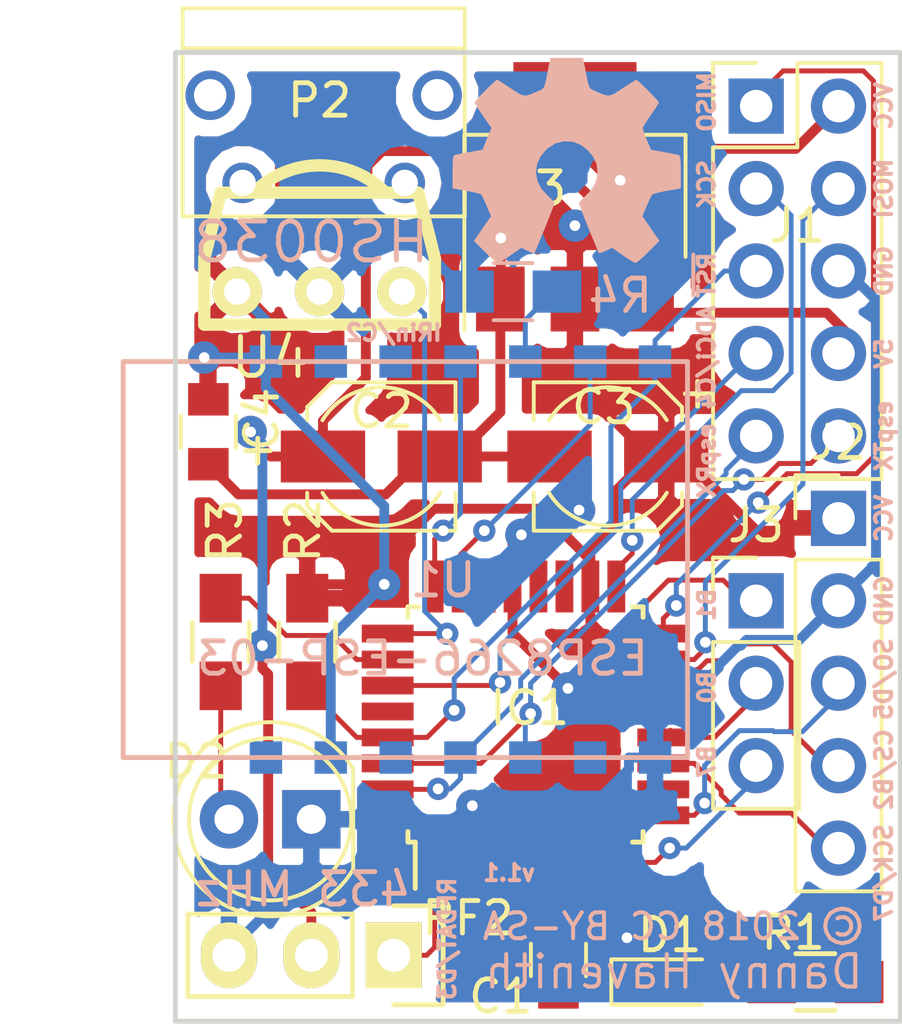
<source format=kicad_pcb>
(kicad_pcb (version 4) (host pcbnew 4.0.7-e2-6376~58~ubuntu16.04.1)

  (general
    (links 60)
    (no_connects 1)
    (area 110.589287 99.281 147.431543 142.653932)
    (thickness 1.6002)
    (drawings 29)
    (tracks 316)
    (zones 0)
    (modules 21)
    (nets 41)
  )

  (page A4)
  (layers
    (0 F.Cu signal)
    (31 B.Cu signal)
    (32 B.Adhes user hide)
    (33 F.Adhes user hide)
    (34 B.Paste user hide)
    (35 F.Paste user hide)
    (36 B.SilkS user)
    (37 F.SilkS user)
    (38 B.Mask user)
    (39 F.Mask user)
    (40 Dwgs.User user hide)
    (41 Cmts.User user hide)
    (42 Eco1.User user hide)
    (43 Eco2.User user hide)
    (44 Edge.Cuts user)
    (45 Margin user hide)
    (46 B.CrtYd user hide)
    (47 F.CrtYd user hide)
    (48 B.Fab user hide)
    (49 F.Fab user hide)
  )

  (setup
    (last_trace_width 0.1524)
    (user_trace_width 0.3048)
    (trace_clearance 0.1524)
    (zone_clearance 0.508)
    (zone_45_only yes)
    (trace_min 0.1524)
    (segment_width 0.2)
    (edge_width 0.15)
    (via_size 0.6858)
    (via_drill 0.3302)
    (via_min_size 0.6858)
    (via_min_drill 0.3302)
    (uvia_size 0.762)
    (uvia_drill 0.508)
    (uvias_allowed no)
    (uvia_min_size 0)
    (uvia_min_drill 0)
    (pcb_text_width 0.3)
    (pcb_text_size 1.5 1.5)
    (mod_edge_width 0.15)
    (mod_text_size 1 1)
    (mod_text_width 0.15)
    (pad_size 3 0.4)
    (pad_drill 0)
    (pad_to_mask_clearance 0.2)
    (aux_axis_origin 0 0)
    (visible_elements FFFFFF7F)
    (pcbplotparams
      (layerselection 0x00030_80000001)
      (usegerberextensions false)
      (excludeedgelayer true)
      (linewidth 0.100000)
      (plotframeref false)
      (viasonmask false)
      (mode 1)
      (useauxorigin false)
      (hpglpennumber 1)
      (hpglpenspeed 20)
      (hpglpendiameter 15)
      (hpglpenoverlay 2)
      (psnegative false)
      (psa4output false)
      (plotreference true)
      (plotvalue true)
      (plotinvisibletext false)
      (padsonsilk false)
      (subtractmaskfromsilk false)
      (outputformat 1)
      (mirror false)
      (drillshape 1)
      (scaleselection 1)
      (outputdirectory ""))
  )

  (net 0 "")
  (net 1 "Net-(U1-Pad10)")
  (net 2 "Net-(U1-Pad9)")
  (net 3 "Net-(U1-Pad5)")
  (net 4 "Net-(U1-Pad7)")
  (net 5 "Net-(IC1-Pad2)")
  (net 6 GND)
  (net 7 "Net-(IC1-Pad28)")
  (net 8 /MISO)
  (net 9 /SCK)
  (net 10 /MOSI)
  (net 11 VCC)
  (net 12 "Net-(IC1-Pad19)")
  (net 13 "Net-(IC1-Pad7)")
  (net 14 "Net-(IC1-Pad22)")
  (net 15 /~RST)
  (net 16 "Net-(P2-Pad2)")
  (net 17 "Net-(P2-Pad3)")
  (net 18 "Net-(P2-Pad4)")
  (net 19 "Net-(P2-Pad6)")
  (net 20 "Net-(IC1-Pad32)")
  (net 21 /5V)
  (net 22 /RFDAT)
  (net 23 /IRQnRF)
  (net 24 "Net-(D1-Pad2)")
  (net 25 "Net-(D2-Pad2)")
  (net 26 /IRin)
  (net 27 /int1)
  (net 28 /int0)
  (net 29 "Net-(IC1-Pad20)")
  (net 30 "Net-(R4-Pad1)")
  (net 31 /ADCin)
  (net 32 /espTX)
  (net 33 /espRX)
  (net 34 /MISOtemp)
  (net 35 /SCKtemp)
  (net 36 /CStemp)
  (net 37 /GP1)
  (net 38 /GP2)
  (net 39 /GP3)
  (net 40 /Led0)

  (net_class Default "This is the default net class."
    (clearance 0.1524)
    (trace_width 0.1524)
    (via_dia 0.6858)
    (via_drill 0.3302)
    (uvia_dia 0.762)
    (uvia_drill 0.508)
    (add_net /ADCin)
    (add_net /CStemp)
    (add_net /GP1)
    (add_net /GP2)
    (add_net /GP3)
    (add_net /IRQnRF)
    (add_net /IRin)
    (add_net /Led0)
    (add_net /MISO)
    (add_net /MISOtemp)
    (add_net /MOSI)
    (add_net /RFDAT)
    (add_net /SCK)
    (add_net /SCKtemp)
    (add_net /espRX)
    (add_net /espTX)
    (add_net /int0)
    (add_net /int1)
    (add_net /~RST)
    (add_net "Net-(D1-Pad2)")
    (add_net "Net-(D2-Pad2)")
    (add_net "Net-(IC1-Pad19)")
    (add_net "Net-(IC1-Pad2)")
    (add_net "Net-(IC1-Pad20)")
    (add_net "Net-(IC1-Pad22)")
    (add_net "Net-(IC1-Pad28)")
    (add_net "Net-(IC1-Pad32)")
    (add_net "Net-(IC1-Pad7)")
    (add_net "Net-(P2-Pad2)")
    (add_net "Net-(P2-Pad3)")
    (add_net "Net-(P2-Pad4)")
    (add_net "Net-(P2-Pad6)")
    (add_net "Net-(R4-Pad1)")
    (add_net "Net-(U1-Pad10)")
    (add_net "Net-(U1-Pad5)")
    (add_net "Net-(U1-Pad7)")
    (add_net "Net-(U1-Pad9)")
  )

  (net_class power ""
    (clearance 0.1524)
    (trace_width 0.3048)
    (via_dia 1)
    (via_drill 0.3302)
    (uvia_dia 0.762)
    (uvia_drill 0.508)
    (add_net /5V)
    (add_net GND)
    (add_net VCC)
  )

  (module Mounting_Holes:MountingHole_2.2mm_M2 (layer F.Cu) (tedit 58E114F5) (tstamp 58DDA6FC)
    (at 137.922 130.683)
    (descr "Mounting Hole 2.2mm, no annular, M2")
    (tags "mounting hole 2.2mm no annular m2")
    (fp_text reference REF** (at -0.635 -1.778) (layer F.SilkS) hide
      (effects (font (size 1 1) (thickness 0.15)))
    )
    (fp_text value MountingHole_2.2mm_M2 (at 0 3.2) (layer F.Fab)
      (effects (font (size 1 1) (thickness 0.15)))
    )
    (fp_circle (center 0 0) (end 2.2 0) (layer Cmts.User) (width 0.15))
    (fp_circle (center 0 0) (end 2.45 0) (layer F.CrtYd) (width 0.05))
    (pad 1 np_thru_hole circle (at 0 0) (size 2.2 2.2) (drill 2.2) (layers *.Cu *.Mask))
  )

  (module "spider:USB_Micro-B handsoldering" (layer F.Cu) (tedit 5AEB9DD8) (tstamp 58DD96EE)
    (at 124.587 108.331 180)
    (descr "Micro USB Type B Receptacle")
    (tags "USB USB_B USB_micro USB_OTG")
    (path /5897ABC5)
    (clearance 0.12)
    (attr smd)
    (fp_text reference P2 (at 0.127 1.19 180) (layer F.SilkS)
      (effects (font (size 1 1) (thickness 0.15)))
    )
    (fp_text value USB_OTG (at 0 5.01 180) (layer F.Fab)
      (effects (font (size 1 1) (thickness 0.15)))
    )
    (fp_line (start -4.6 -2.59) (end 4.6 -2.59) (layer F.CrtYd) (width 0.05))
    (fp_line (start 4.6 -2.59) (end 4.6 4.26) (layer F.CrtYd) (width 0.05))
    (fp_line (start 4.6 4.26) (end -4.6 4.26) (layer F.CrtYd) (width 0.05))
    (fp_line (start -4.6 4.26) (end -4.6 -2.59) (layer F.CrtYd) (width 0.05))
    (fp_line (start -4.35 4.03) (end 4.35 4.03) (layer F.SilkS) (width 0.12))
    (fp_line (start -4.35 -2.38) (end 4.35 -2.38) (layer F.SilkS) (width 0.12))
    (fp_line (start 4.35 -2.38) (end 4.35 4.03) (layer F.SilkS) (width 0.12))
    (fp_line (start 4.35 2.8) (end -4.35 2.8) (layer F.SilkS) (width 0.12))
    (fp_line (start -4.35 4.03) (end -4.35 -2.38) (layer F.SilkS) (width 0.12))
    (pad 1 smd rect (at -1.3 -1.65 270) (size 3 0.4) (layers F.Cu F.Paste F.Mask)
      (net 21 /5V) (solder_mask_margin 0.12))
    (pad 2 smd rect (at -0.65 -1.35 270) (size 1.35 0.4) (layers F.Cu F.Paste)
      (net 16 "Net-(P2-Pad2)"))
    (pad 3 smd rect (at 0 -1.35 270) (size 3 0.4) (layers F.Cu F.Paste F.Mask)
      (net 17 "Net-(P2-Pad3)") (solder_mask_margin 0.12))
    (pad 4 smd rect (at 0.65 -1.35 270) (size 1.35 0.4) (layers F.Cu F.Paste)
      (net 18 "Net-(P2-Pad4)"))
    (pad 5 smd rect (at 1.3 -1.65 270) (size 3 0.4) (layers F.Cu F.Paste F.Mask)
      (net 6 GND) (solder_mask_margin 0.14))
    (pad 6 thru_hole oval (at -2.5 -1.35 270) (size 1.25 1.25) (drill 0.8128) (layers *.Cu *.Mask)
      (net 19 "Net-(P2-Pad6)"))
    (pad 6 thru_hole circle (at 2.5 -1.35 270) (size 1.25 1.25) (drill 0.8128) (layers *.Cu *.Mask)
      (net 19 "Net-(P2-Pad6)"))
    (pad 7 thru_hole circle (at -3.5 1.35 180) (size 1.524 1.524) (drill 1) (layers *.Cu *.Mask))
    (pad 7 thru_hole circle (at 3.5 1.35 180) (size 1.524 1.524) (drill 1) (layers *.Cu *.Mask))
  )

  (module Pin_Headers:Pin_Header_Straight_2x05_Pitch2.54mm (layer F.Cu) (tedit 58CD4EC5) (tstamp 58E120F9)
    (at 137.922 107.315)
    (descr "Through hole straight pin header, 2x05, 2.54mm pitch, double rows")
    (tags "Through hole pin header THT 2x05 2.54mm double row")
    (path /58E122B1)
    (fp_text reference J1 (at 1.27 3.683) (layer F.SilkS)
      (effects (font (size 1 1) (thickness 0.15)))
    )
    (fp_text value CONN_02X05 (at 1.27 12.49) (layer F.Fab)
      (effects (font (size 1 1) (thickness 0.15)))
    )
    (fp_line (start -1.27 -1.27) (end -1.27 11.43) (layer F.Fab) (width 0.1))
    (fp_line (start -1.27 11.43) (end 3.81 11.43) (layer F.Fab) (width 0.1))
    (fp_line (start 3.81 11.43) (end 3.81 -1.27) (layer F.Fab) (width 0.1))
    (fp_line (start 3.81 -1.27) (end -1.27 -1.27) (layer F.Fab) (width 0.1))
    (fp_line (start -1.33 1.27) (end -1.33 11.49) (layer F.SilkS) (width 0.12))
    (fp_line (start -1.33 11.49) (end 3.87 11.49) (layer F.SilkS) (width 0.12))
    (fp_line (start 3.87 11.49) (end 3.87 -1.33) (layer F.SilkS) (width 0.12))
    (fp_line (start 3.87 -1.33) (end 1.27 -1.33) (layer F.SilkS) (width 0.12))
    (fp_line (start 1.27 -1.33) (end 1.27 1.27) (layer F.SilkS) (width 0.12))
    (fp_line (start 1.27 1.27) (end -1.33 1.27) (layer F.SilkS) (width 0.12))
    (fp_line (start -1.33 0) (end -1.33 -1.33) (layer F.SilkS) (width 0.12))
    (fp_line (start -1.33 -1.33) (end 0 -1.33) (layer F.SilkS) (width 0.12))
    (fp_line (start -1.8 -1.8) (end -1.8 11.95) (layer F.CrtYd) (width 0.05))
    (fp_line (start -1.8 11.95) (end 4.35 11.95) (layer F.CrtYd) (width 0.05))
    (fp_line (start 4.35 11.95) (end 4.35 -1.8) (layer F.CrtYd) (width 0.05))
    (fp_line (start 4.35 -1.8) (end -1.8 -1.8) (layer F.CrtYd) (width 0.05))
    (fp_text user %R (at 1.27 -2.33) (layer F.Fab)
      (effects (font (size 1 1) (thickness 0.15)))
    )
    (pad 1 thru_hole rect (at 0 0) (size 1.7 1.7) (drill 1) (layers *.Cu *.Mask)
      (net 8 /MISO))
    (pad 2 thru_hole oval (at 2.54 0) (size 1.7 1.7) (drill 1) (layers *.Cu *.Mask)
      (net 11 VCC))
    (pad 3 thru_hole oval (at 0 2.54) (size 1.7 1.7) (drill 1) (layers *.Cu *.Mask)
      (net 9 /SCK))
    (pad 4 thru_hole oval (at 2.54 2.54) (size 1.7 1.7) (drill 1) (layers *.Cu *.Mask)
      (net 10 /MOSI))
    (pad 5 thru_hole oval (at 0 5.08) (size 1.7 1.7) (drill 1) (layers *.Cu *.Mask)
      (net 15 /~RST))
    (pad 6 thru_hole oval (at 2.54 5.08) (size 1.7 1.7) (drill 1) (layers *.Cu *.Mask)
      (net 6 GND))
    (pad 7 thru_hole oval (at 0 7.62) (size 1.7 1.7) (drill 1) (layers *.Cu *.Mask)
      (net 31 /ADCin))
    (pad 8 thru_hole oval (at 2.54 7.62) (size 1.7 1.7) (drill 1) (layers *.Cu *.Mask)
      (net 21 /5V))
    (pad 9 thru_hole oval (at 0 10.16) (size 1.7 1.7) (drill 1) (layers *.Cu *.Mask)
      (net 33 /espRX))
    (pad 10 thru_hole oval (at 2.54 10.16) (size 1.7 1.7) (drill 1) (layers *.Cu *.Mask)
      (net 32 /espTX))
    (model ${KISYS3DMOD}/Pin_Headers.3dshapes/Pin_Header_Straight_2x05_Pitch2.54mm.wrl
      (at (xyz 0 0 0))
      (scale (xyz 1 1 1))
      (rotate (xyz 0 0 0))
    )
  )

  (module Capacitors_SMD:CP_Elec_4x5.3 (layer F.Cu) (tedit 57FA43A5) (tstamp 589E62C9)
    (at 126.365 118.11)
    (descr "SMT capacitor, aluminium electrolytic, 4x5.3")
    (path /589CEE1E)
    (attr smd)
    (fp_text reference C2 (at 0 -1.397) (layer F.SilkS)
      (effects (font (size 1 1) (thickness 0.15)))
    )
    (fp_text value CP (at 0 -3.5433) (layer F.Fab)
      (effects (font (size 1 1) (thickness 0.15)))
    )
    (fp_text user + (at -1.2065 -0.0762) (layer F.Fab)
      (effects (font (size 1 1) (thickness 0.15)))
    )
    (fp_line (start 2.1336 2.1336) (end 2.1336 -2.1336) (layer F.Fab) (width 0.1))
    (fp_line (start -1.4605 2.1336) (end 2.1336 2.1336) (layer F.Fab) (width 0.1))
    (fp_line (start -2.1336 1.4605) (end -1.4605 2.1336) (layer F.Fab) (width 0.1))
    (fp_line (start -2.1336 -1.4605) (end -2.1336 1.4605) (layer F.Fab) (width 0.1))
    (fp_line (start -1.4605 -2.1336) (end -2.1336 -1.4605) (layer F.Fab) (width 0.1))
    (fp_line (start 2.1336 -2.1336) (end -1.4605 -2.1336) (layer F.Fab) (width 0.1))
    (fp_arc (start 0 0) (end 1.8161 1.1176) (angle 116.717029) (layer F.SilkS) (width 0.12))
    (fp_arc (start 0 0) (end -1.8161 -1.1176) (angle 116.7849955) (layer F.SilkS) (width 0.12))
    (fp_line (start -2.286 -1.524) (end -2.286 -1.1176) (layer F.SilkS) (width 0.12))
    (fp_line (start 2.286 -2.286) (end 2.286 -1.1176) (layer F.SilkS) (width 0.12))
    (fp_line (start 2.286 2.286) (end 2.286 1.1176) (layer F.SilkS) (width 0.12))
    (fp_line (start -2.286 1.524) (end -2.286 1.1176) (layer F.SilkS) (width 0.12))
    (fp_text user + (at -3.81 -0.254) (layer F.SilkS)
      (effects (font (size 1 1) (thickness 0.15)))
    )
    (fp_line (start 3.35 -2.65) (end -3.35 -2.65) (layer F.CrtYd) (width 0.05))
    (fp_line (start -3.35 -2.65) (end -3.35 2.65) (layer F.CrtYd) (width 0.05))
    (fp_line (start -3.35 2.65) (end 3.35 2.65) (layer F.CrtYd) (width 0.05))
    (fp_line (start 3.35 2.65) (end 3.35 -2.65) (layer F.CrtYd) (width 0.05))
    (fp_line (start -1.524 2.286) (end 2.286 2.286) (layer F.SilkS) (width 0.12))
    (fp_line (start -1.524 2.286) (end -2.286 1.524) (layer F.SilkS) (width 0.12))
    (fp_line (start -1.524 -2.286) (end 2.286 -2.286) (layer F.SilkS) (width 0.12))
    (fp_line (start -1.524 -2.286) (end -2.286 -1.524) (layer F.SilkS) (width 0.12))
    (pad 1 smd rect (at -1.8 0 180) (size 2.6 1.6) (layers F.Cu F.Paste F.Mask)
      (net 21 /5V))
    (pad 2 smd rect (at 1.8 0 180) (size 2.6 1.6) (layers F.Cu F.Paste F.Mask)
      (net 6 GND))
    (model Capacitors_SMD.3dshapes/CP_Elec_4x5.3.wrl
      (at (xyz 0 0 0))
      (scale (xyz 1 1 1))
      (rotate (xyz 0 0 180))
    )
  )

  (module spider:ESP8266-ESP-03 (layer B.Cu) (tedit 54BF7D41) (tstamp 58965C18)
    (at 128.905 121.285 270)
    (descr "ESP8266 ESP-03 wifi module -- Phillip Pearson")
    (path /58965778)
    (fp_text reference U1 (at 0.635 0.635 540) (layer B.SilkS)
      (effects (font (size 1 1) (thickness 0.15)) (justify mirror))
    )
    (fp_text value ESP8266-ESP-03 (at 3.048 1.27 540) (layer B.SilkS)
      (effects (font (size 1 1) (thickness 0.15)) (justify mirror))
    )
    (fp_line (start -6.1 -6.9) (end -6.1 10.5) (layer B.SilkS) (width 0.15))
    (fp_line (start -6.1 10.5) (end 6.1 10.5) (layer B.SilkS) (width 0.15))
    (fp_line (start 6.1 10.5) (end 6.1 -6.9) (layer B.SilkS) (width 0.15))
    (fp_line (start 6.1 -6.9) (end -6.1 -6.9) (layer B.SilkS) (width 0.15))
    (pad 14 smd rect (at -6.1 -5.9 270) (size 1 1) (layers B.Cu B.Paste B.Mask)
      (net 15 /~RST))
    (pad 13 smd rect (at -6.1 -3.9 270) (size 1 1) (layers B.Cu B.Paste B.Mask)
      (net 27 /int1))
    (pad 12 smd rect (at -6.1 -1.9 270) (size 1 1) (layers B.Cu B.Paste B.Mask)
      (net 30 "Net-(R4-Pad1)"))
    (pad 11 smd rect (at -6.1 0.1 270) (size 1 1) (layers B.Cu B.Paste B.Mask)
      (net 28 /int0))
    (pad 10 smd rect (at -6.1 2.1 270) (size 1 1) (layers B.Cu B.Paste B.Mask)
      (net 1 "Net-(U1-Pad10)"))
    (pad 9 smd rect (at -6.1 4.1 270) (size 1 1) (layers B.Cu B.Paste B.Mask)
      (net 2 "Net-(U1-Pad9)"))
    (pad 8 smd rect (at -6.1 6.1 270) (size 1 1) (layers B.Cu B.Paste B.Mask)
      (net 11 VCC))
    (pad 1 smd rect (at 6.1 -5.9 270) (size 1 1) (layers B.Cu B.Paste B.Mask)
      (net 6 GND))
    (pad 2 smd rect (at 6.1 -3.9 270) (size 1 1) (layers B.Cu B.Paste B.Mask))
    (pad 3 smd rect (at 6.1 -1.9 270) (size 1 1) (layers B.Cu B.Paste B.Mask)
      (net 32 /espTX))
    (pad 4 smd rect (at 6.1 0.1 270) (size 1 1) (layers B.Cu B.Paste B.Mask)
      (net 33 /espRX))
    (pad 5 smd rect (at 6.1 2.1 270) (size 1 1) (layers B.Cu B.Paste B.Mask)
      (net 3 "Net-(U1-Pad5)"))
    (pad 6 smd rect (at 6.1 4.1 270) (size 1 1) (layers B.Cu B.Paste B.Mask)
      (net 11 VCC))
    (pad 7 smd rect (at 6.1 6.1 270) (size 1 1) (layers B.Cu B.Paste B.Mask)
      (net 4 "Net-(U1-Pad7)"))
  )

  (module spider:RF_Transmitter_433_MHz (layer F.Cu) (tedit 58DDA5EF) (tstamp 58968CC8)
    (at 124.206 133.477 180)
    (path /58968B23)
    (fp_text reference RF2 (at -4.826 1.143 180) (layer F.SilkS)
      (effects (font (size 1 1) (thickness 0.15)))
    )
    (fp_text value "433 MHz" (at 0.254 2.032 180) (layer B.SilkS)
      (effects (font (size 1 1) (thickness 0.15)) (justify mirror))
    )
    (fp_line (start 3.81 1.27) (end -1.27 1.27) (layer F.SilkS) (width 0.15))
    (fp_line (start 3.81 -1.27) (end 3.81 1.27) (layer F.SilkS) (width 0.15))
    (fp_line (start -1.27 -1.27) (end 3.81 -1.27) (layer F.SilkS) (width 0.15))
    (fp_line (start -1.27 1.27) (end -1.27 -1.27) (layer F.SilkS) (width 0.15))
    (fp_line (start -4.064 1.524) (end -2.54 1.524) (layer F.SilkS) (width 0.15))
    (fp_line (start -4.064 -1.524) (end -4.064 1.524) (layer F.SilkS) (width 0.15))
    (fp_line (start -2.54 -1.524) (end -4.064 -1.524) (layer F.SilkS) (width 0.15))
    (fp_line (start -4.445 0.635) (end -4.445 -0.635) (layer F.CrtYd) (width 0.15))
    (fp_line (start -6.985 0.635) (end -4.445 0.635) (layer F.CrtYd) (width 0.15))
    (fp_line (start -6.985 -0.635) (end -6.985 0.635) (layer F.CrtYd) (width 0.15))
    (fp_line (start 9.525 -0.635) (end -9.525 -0.635) (layer F.CrtYd) (width 0.15))
    (fp_line (start 9.525 -1.905) (end 9.525 -0.635) (layer F.CrtYd) (width 0.15))
    (fp_line (start -9.525 -1.905) (end 9.525 -1.905) (layer F.CrtYd) (width 0.15))
    (fp_line (start -9.525 -0.635) (end -9.525 -1.905) (layer F.CrtYd) (width 0.15))
    (pad 1 thru_hole rect (at -2.54 0 270) (size 2.032 1.7272) (drill 1.016) (layers *.Cu *.Mask F.SilkS)
      (net 22 /RFDAT))
    (pad 2 thru_hole oval (at 0 0 270) (size 2.032 1.7272) (drill 1.016) (layers *.Cu *.Mask F.SilkS)
      (net 21 /5V))
    (pad 3 thru_hole oval (at 2.54 0 270) (size 2.032 1.7272) (drill 1.016) (layers *.Cu *.Mask F.SilkS)
      (net 6 GND))
  )

  (module Housings_SOT:SOT-223-3Lead_TabPin2 (layer F.Cu) (tedit 58E1400C) (tstamp 5897ADBE)
    (at 132.334 110.109 90)
    (descr "module CMS SOT223 4 pins")
    (tags "CMS SOT")
    (path /58979A69)
    (attr smd)
    (fp_text reference U3 (at 0.254 -1.27 180) (layer F.SilkS)
      (effects (font (size 1 1) (thickness 0.15)))
    )
    (fp_text value LD1117S33TR (at 0 4.5 90) (layer F.Fab)
      (effects (font (size 1 1) (thickness 0.15)))
    )
    (fp_line (start 1.91 3.41) (end 1.91 2.15) (layer F.SilkS) (width 0.12))
    (fp_line (start 1.91 -3.41) (end 1.91 -2.15) (layer F.SilkS) (width 0.12))
    (fp_line (start 4.4 -3.6) (end -4.4 -3.6) (layer F.CrtYd) (width 0.05))
    (fp_line (start 4.4 3.6) (end 4.4 -3.6) (layer F.CrtYd) (width 0.05))
    (fp_line (start -4.4 3.6) (end 4.4 3.6) (layer F.CrtYd) (width 0.05))
    (fp_line (start -4.4 -3.6) (end -4.4 3.6) (layer F.CrtYd) (width 0.05))
    (fp_line (start -1.85 -2.35) (end -0.85 -3.35) (layer F.Fab) (width 0.1))
    (fp_line (start -1.85 -2.35) (end -1.85 3.35) (layer F.Fab) (width 0.1))
    (fp_line (start -1.85 3.41) (end 1.91 3.41) (layer F.SilkS) (width 0.12))
    (fp_line (start -0.85 -3.35) (end 1.85 -3.35) (layer F.Fab) (width 0.1))
    (fp_line (start -4.1 -3.41) (end 1.91 -3.41) (layer F.SilkS) (width 0.12))
    (fp_line (start -1.85 3.35) (end 1.85 3.35) (layer F.Fab) (width 0.1))
    (fp_line (start 1.85 -3.35) (end 1.85 3.35) (layer F.Fab) (width 0.1))
    (pad 2 smd rect (at 3.15 0 90) (size 2 3.8) (layers F.Cu F.Paste F.Mask)
      (net 11 VCC))
    (pad 2 smd rect (at -3.15 0 90) (size 2 1.5) (layers F.Cu F.Paste F.Mask)
      (net 11 VCC))
    (pad 3 smd rect (at -3.15 2.3 90) (size 2 1.5) (layers F.Cu F.Paste F.Mask)
      (net 21 /5V))
    (pad 1 smd rect (at -3.15 -2.3 90) (size 2 1.5) (layers F.Cu F.Paste F.Mask)
      (net 6 GND))
    (model TO_SOT_Packages_SMD.3dshapes/SOT-223.wrl
      (at (xyz 0 0 0))
      (scale (xyz 1 1 1))
      (rotate (xyz 0 0 0))
    )
  )

  (module Housings_QFP:TQFP-32_7x7mm_Pitch0.8mm (layer F.Cu) (tedit 54130A77) (tstamp 5897AE05)
    (at 130.81 126.365 90)
    (descr "32-Lead Plastic Thin Quad Flatpack (PT) - 7x7x1.0 mm Body, 2.00 mm [TQFP] (see Microchip Packaging Specification 00000049BS.pdf)")
    (tags "QFP 0.8")
    (path /589789BA)
    (autoplace_cost90 10)
    (autoplace_cost180 10)
    (solder_mask_margin 0.08)
    (attr smd)
    (fp_text reference IC1 (at 0.508 0.127 180) (layer F.SilkS)
      (effects (font (size 1 1) (thickness 0.15)))
    )
    (fp_text value ATMEGA88-A (at 0 6.05 90) (layer F.Fab)
      (effects (font (size 1 1) (thickness 0.15)))
    )
    (fp_text user %R (at 0 -0.635 90) (layer F.Fab)
      (effects (font (size 1 1) (thickness 0.15)))
    )
    (fp_line (start -2.5 -3.5) (end 3.5 -3.5) (layer F.Fab) (width 0.15))
    (fp_line (start 3.5 -3.5) (end 3.5 3.5) (layer F.Fab) (width 0.15))
    (fp_line (start 3.5 3.5) (end -3.5 3.5) (layer F.Fab) (width 0.15))
    (fp_line (start -3.5 3.5) (end -3.5 -2.5) (layer F.Fab) (width 0.15))
    (fp_line (start -3.5 -2.5) (end -2.5 -3.5) (layer F.Fab) (width 0.15))
    (fp_line (start -5.3 -5.3) (end -5.3 5.3) (layer F.CrtYd) (width 0.05))
    (fp_line (start 5.3 -5.3) (end 5.3 5.3) (layer F.CrtYd) (width 0.05))
    (fp_line (start -5.3 -5.3) (end 5.3 -5.3) (layer F.CrtYd) (width 0.05))
    (fp_line (start -5.3 5.3) (end 5.3 5.3) (layer F.CrtYd) (width 0.05))
    (fp_line (start -3.625 -3.625) (end -3.625 -3.4) (layer F.SilkS) (width 0.15))
    (fp_line (start 3.625 -3.625) (end 3.625 -3.3) (layer F.SilkS) (width 0.15))
    (fp_line (start 3.625 3.625) (end 3.625 3.3) (layer F.SilkS) (width 0.15))
    (fp_line (start -3.625 3.625) (end -3.625 3.3) (layer F.SilkS) (width 0.15))
    (fp_line (start -3.625 -3.625) (end -3.3 -3.625) (layer F.SilkS) (width 0.15))
    (fp_line (start -3.625 3.625) (end -3.3 3.625) (layer F.SilkS) (width 0.15))
    (fp_line (start 3.625 3.625) (end 3.3 3.625) (layer F.SilkS) (width 0.15))
    (fp_line (start 3.625 -3.625) (end 3.3 -3.625) (layer F.SilkS) (width 0.15))
    (fp_line (start -3.625 -3.4) (end -5.05 -3.4) (layer F.SilkS) (width 0.15))
    (pad 1 smd rect (at -4.25 -2.8 90) (size 1.6 0.55) (layers F.Cu F.Paste F.Mask)
      (net 22 /RFDAT))
    (pad 2 smd rect (at -4.25 -2 90) (size 1.6 0.55) (layers F.Cu F.Paste F.Mask)
      (net 5 "Net-(IC1-Pad2)"))
    (pad 3 smd rect (at -4.25 -1.2 90) (size 1.6 0.55) (layers F.Cu F.Paste F.Mask)
      (net 6 GND))
    (pad 4 smd rect (at -4.25 -0.4 90) (size 1.6 0.55) (layers F.Cu F.Paste F.Mask)
      (net 11 VCC))
    (pad 5 smd rect (at -4.25 0.4 90) (size 1.6 0.55) (layers F.Cu F.Paste F.Mask)
      (net 6 GND))
    (pad 6 smd rect (at -4.25 1.2 90) (size 1.6 0.55) (layers F.Cu F.Paste F.Mask)
      (net 11 VCC))
    (pad 7 smd rect (at -4.25 2 90) (size 1.6 0.55) (layers F.Cu F.Paste F.Mask)
      (net 13 "Net-(IC1-Pad7)"))
    (pad 8 smd rect (at -4.25 2.8 90) (size 1.6 0.55) (layers F.Cu F.Paste F.Mask)
      (net 39 /GP3))
    (pad 9 smd rect (at -2.8 4.25 180) (size 1.6 0.55) (layers F.Cu F.Paste F.Mask)
      (net 34 /MISOtemp))
    (pad 10 smd rect (at -2 4.25 180) (size 1.6 0.55) (layers F.Cu F.Paste F.Mask)
      (net 23 /IRQnRF))
    (pad 11 smd rect (at -1.2 4.25 180) (size 1.6 0.55) (layers F.Cu F.Paste F.Mask)
      (net 35 /SCKtemp))
    (pad 12 smd rect (at -0.4 4.25 180) (size 1.6 0.55) (layers F.Cu F.Paste F.Mask)
      (net 37 /GP1))
    (pad 13 smd rect (at 0.4 4.25 180) (size 1.6 0.55) (layers F.Cu F.Paste F.Mask)
      (net 38 /GP2))
    (pad 14 smd rect (at 1.2 4.25 180) (size 1.6 0.55) (layers F.Cu F.Paste F.Mask)
      (net 36 /CStemp))
    (pad 15 smd rect (at 2 4.25 180) (size 1.6 0.55) (layers F.Cu F.Paste F.Mask)
      (net 10 /MOSI))
    (pad 16 smd rect (at 2.8 4.25 180) (size 1.6 0.55) (layers F.Cu F.Paste F.Mask)
      (net 8 /MISO))
    (pad 17 smd rect (at 4.25 2.8 90) (size 1.6 0.55) (layers F.Cu F.Paste F.Mask)
      (net 9 /SCK))
    (pad 18 smd rect (at 4.25 2 90) (size 1.6 0.55) (layers F.Cu F.Paste F.Mask)
      (net 11 VCC))
    (pad 19 smd rect (at 4.25 1.2 90) (size 1.6 0.55) (layers F.Cu F.Paste F.Mask)
      (net 12 "Net-(IC1-Pad19)"))
    (pad 20 smd rect (at 4.25 0.4 90) (size 1.6 0.55) (layers F.Cu F.Paste F.Mask)
      (net 29 "Net-(IC1-Pad20)"))
    (pad 21 smd rect (at 4.25 -0.4 90) (size 1.6 0.55) (layers F.Cu F.Paste F.Mask)
      (net 6 GND))
    (pad 22 smd rect (at 4.25 -1.2 90) (size 1.6 0.55) (layers F.Cu F.Paste F.Mask)
      (net 14 "Net-(IC1-Pad22)"))
    (pad 23 smd rect (at 4.25 -2 90) (size 1.6 0.55) (layers F.Cu F.Paste F.Mask)
      (net 27 /int1))
    (pad 24 smd rect (at 4.25 -2.8 90) (size 1.6 0.55) (layers F.Cu F.Paste F.Mask)
      (net 28 /int0))
    (pad 25 smd rect (at 2.8 -4.25 180) (size 1.6 0.55) (layers F.Cu F.Paste F.Mask)
      (net 26 /IRin))
    (pad 26 smd rect (at 2 -4.25 180) (size 1.6 0.55) (layers F.Cu F.Paste F.Mask)
      (net 40 /Led0))
    (pad 27 smd rect (at 1.2 -4.25 180) (size 1.6 0.55) (layers F.Cu F.Paste F.Mask)
      (net 31 /ADCin))
    (pad 28 smd rect (at 0.4 -4.25 180) (size 1.6 0.55) (layers F.Cu F.Paste F.Mask)
      (net 7 "Net-(IC1-Pad28)"))
    (pad 29 smd rect (at -0.4 -4.25 180) (size 1.6 0.55) (layers F.Cu F.Paste F.Mask)
      (net 15 /~RST))
    (pad 30 smd rect (at -1.2 -4.25 180) (size 1.6 0.55) (layers F.Cu F.Paste F.Mask)
      (net 32 /espTX))
    (pad 31 smd rect (at -2 -4.25 180) (size 1.6 0.55) (layers F.Cu F.Paste F.Mask)
      (net 33 /espRX))
    (pad 32 smd rect (at -2.8 -4.25 180) (size 1.6 0.55) (layers F.Cu F.Paste F.Mask)
      (net 20 "Net-(IC1-Pad32)"))
    (model Housings_QFP.3dshapes/TQFP-32_7x7mm_Pitch0.8mm.wrl
      (at (xyz 0 0 0))
      (scale (xyz 1 1 1))
      (rotate (xyz 0 0 0))
    )
  )

  (module Capacitors_SMD:C_0805 (layer F.Cu) (tedit 5415D6EA) (tstamp 589E62C3)
    (at 131.826 133.62 90)
    (descr "Capacitor SMD 0805, reflow soldering, AVX (see smccp.pdf)")
    (tags "capacitor 0805")
    (path /589E6101)
    (attr smd)
    (fp_text reference C1 (at -1.127 -1.778 180) (layer F.SilkS)
      (effects (font (size 1 1) (thickness 0.15)))
    )
    (fp_text value 100nF (at 4.445 0 90) (layer F.Fab)
      (effects (font (size 1 1) (thickness 0.15)))
    )
    (fp_line (start -1 0.625) (end -1 -0.625) (layer F.Fab) (width 0.1))
    (fp_line (start 1 0.625) (end -1 0.625) (layer F.Fab) (width 0.1))
    (fp_line (start 1 -0.625) (end 1 0.625) (layer F.Fab) (width 0.1))
    (fp_line (start -1 -0.625) (end 1 -0.625) (layer F.Fab) (width 0.1))
    (fp_line (start -1.8 -1) (end 1.8 -1) (layer F.CrtYd) (width 0.05))
    (fp_line (start -1.8 1) (end 1.8 1) (layer F.CrtYd) (width 0.05))
    (fp_line (start -1.8 -1) (end -1.8 1) (layer F.CrtYd) (width 0.05))
    (fp_line (start 1.8 -1) (end 1.8 1) (layer F.CrtYd) (width 0.05))
    (fp_line (start 0.5 -0.85) (end -0.5 -0.85) (layer F.SilkS) (width 0.12))
    (fp_line (start -0.5 0.85) (end 0.5 0.85) (layer F.SilkS) (width 0.12))
    (pad 1 smd rect (at -1 0 90) (size 1 1.25) (layers F.Cu F.Paste F.Mask)
      (net 11 VCC))
    (pad 2 smd rect (at 1 0 90) (size 1 1.25) (layers F.Cu F.Paste F.Mask)
      (net 6 GND))
    (model Capacitors_SMD.3dshapes/C_0805.wrl
      (at (xyz 0 0 0))
      (scale (xyz 1 1 1))
      (rotate (xyz 0 0 0))
    )
  )

  (module Capacitors_SMD:CP_Elec_4x5.3 (layer F.Cu) (tedit 57FA43A5) (tstamp 589E62CF)
    (at 133.35 118.11 180)
    (descr "SMT capacitor, aluminium electrolytic, 4x5.3")
    (path /589CED4F)
    (attr smd)
    (fp_text reference C3 (at 0.127 1.524 180) (layer F.SilkS)
      (effects (font (size 1 1) (thickness 0.15)))
    )
    (fp_text value CP (at 0.3175 1.27 180) (layer F.Fab)
      (effects (font (size 1 1) (thickness 0.15)))
    )
    (fp_text user + (at -1.2065 -0.0762 180) (layer F.Fab)
      (effects (font (size 1 1) (thickness 0.15)))
    )
    (fp_line (start 2.1336 2.1336) (end 2.1336 -2.1336) (layer F.Fab) (width 0.1))
    (fp_line (start -1.4605 2.1336) (end 2.1336 2.1336) (layer F.Fab) (width 0.1))
    (fp_line (start -2.1336 1.4605) (end -1.4605 2.1336) (layer F.Fab) (width 0.1))
    (fp_line (start -2.1336 -1.4605) (end -2.1336 1.4605) (layer F.Fab) (width 0.1))
    (fp_line (start -1.4605 -2.1336) (end -2.1336 -1.4605) (layer F.Fab) (width 0.1))
    (fp_line (start 2.1336 -2.1336) (end -1.4605 -2.1336) (layer F.Fab) (width 0.1))
    (fp_arc (start 0 0) (end 1.8161 1.1176) (angle 116.717029) (layer F.SilkS) (width 0.12))
    (fp_arc (start 0 0) (end -1.8161 -1.1176) (angle 116.7849955) (layer F.SilkS) (width 0.12))
    (fp_line (start -2.286 -1.524) (end -2.286 -1.1176) (layer F.SilkS) (width 0.12))
    (fp_line (start 2.286 -2.286) (end 2.286 -1.1176) (layer F.SilkS) (width 0.12))
    (fp_line (start 2.286 2.286) (end 2.286 1.1176) (layer F.SilkS) (width 0.12))
    (fp_line (start -2.286 1.524) (end -2.286 1.1176) (layer F.SilkS) (width 0.12))
    (fp_text user + (at -2.7686 2.0066 180) (layer F.SilkS)
      (effects (font (size 1 1) (thickness 0.15)))
    )
    (fp_line (start 3.35 -2.65) (end -3.35 -2.65) (layer F.CrtYd) (width 0.05))
    (fp_line (start -3.35 -2.65) (end -3.35 2.65) (layer F.CrtYd) (width 0.05))
    (fp_line (start -3.35 2.65) (end 3.35 2.65) (layer F.CrtYd) (width 0.05))
    (fp_line (start 3.35 2.65) (end 3.35 -2.65) (layer F.CrtYd) (width 0.05))
    (fp_line (start -1.524 2.286) (end 2.286 2.286) (layer F.SilkS) (width 0.12))
    (fp_line (start -1.524 2.286) (end -2.286 1.524) (layer F.SilkS) (width 0.12))
    (fp_line (start -1.524 -2.286) (end 2.286 -2.286) (layer F.SilkS) (width 0.12))
    (fp_line (start -1.524 -2.286) (end -2.286 -1.524) (layer F.SilkS) (width 0.12))
    (pad 1 smd rect (at -1.8 0) (size 2.6 1.6) (layers F.Cu F.Paste F.Mask)
      (net 11 VCC))
    (pad 2 smd rect (at 1.8 0) (size 2.6 1.6) (layers F.Cu F.Paste F.Mask)
      (net 6 GND))
    (model Capacitors_SMD.3dshapes/CP_Elec_4x5.3.wrl
      (at (xyz 0 0 0))
      (scale (xyz 1 1 1))
      (rotate (xyz 0 0 180))
    )
  )

  (module LEDs:LED_0805 (layer F.Cu) (tedit 57FE93EC) (tstamp 58A6299A)
    (at 135.255 134.3025)
    (descr "LED 0805 smd package")
    (tags "LED led 0805 SMD smd SMT smt smdled SMDLED smtled SMTLED")
    (path /58A62888)
    (attr smd)
    (fp_text reference D1 (at 0 -1.45) (layer F.SilkS)
      (effects (font (size 1 1) (thickness 0.15)))
    )
    (fp_text value LED (at 0 1.55) (layer F.Fab)
      (effects (font (size 1 1) (thickness 0.15)))
    )
    (fp_line (start -1.8 -0.7) (end -1.8 0.7) (layer F.SilkS) (width 0.12))
    (fp_line (start -0.4 -0.4) (end -0.4 0.4) (layer F.Fab) (width 0.1))
    (fp_line (start -0.4 0) (end 0.2 -0.4) (layer F.Fab) (width 0.1))
    (fp_line (start 0.2 0.4) (end -0.4 0) (layer F.Fab) (width 0.1))
    (fp_line (start 0.2 -0.4) (end 0.2 0.4) (layer F.Fab) (width 0.1))
    (fp_line (start 1 0.6) (end -1 0.6) (layer F.Fab) (width 0.1))
    (fp_line (start 1 -0.6) (end 1 0.6) (layer F.Fab) (width 0.1))
    (fp_line (start -1 -0.6) (end 1 -0.6) (layer F.Fab) (width 0.1))
    (fp_line (start -1 0.6) (end -1 -0.6) (layer F.Fab) (width 0.1))
    (fp_line (start -1.8 0.7) (end 1 0.7) (layer F.SilkS) (width 0.12))
    (fp_line (start -1.8 -0.7) (end 1 -0.7) (layer F.SilkS) (width 0.12))
    (fp_line (start 1.95 -0.85) (end 1.95 0.85) (layer F.CrtYd) (width 0.05))
    (fp_line (start 1.95 0.85) (end -1.95 0.85) (layer F.CrtYd) (width 0.05))
    (fp_line (start -1.95 0.85) (end -1.95 -0.85) (layer F.CrtYd) (width 0.05))
    (fp_line (start -1.95 -0.85) (end 1.95 -0.85) (layer F.CrtYd) (width 0.05))
    (pad 2 smd rect (at 1.1 0 180) (size 1.2 1.2) (layers F.Cu F.Paste F.Mask)
      (net 24 "Net-(D1-Pad2)"))
    (pad 1 smd rect (at -1.1 0 180) (size 1.2 1.2) (layers F.Cu F.Paste F.Mask)
      (net 6 GND))
    (model LEDs.3dshapes/LED_0805.wrl
      (at (xyz 0 0 0))
      (scale (xyz 1 1 1))
      (rotate (xyz 0 0 180))
    )
  )

  (module Resistors_SMD:R_0805_HandSoldering (layer F.Cu) (tedit 58307B90) (tstamp 58A629A0)
    (at 139.747 134.3025 180)
    (descr "Resistor SMD 0805, hand soldering")
    (tags "resistor 0805")
    (path /58A62B5B)
    (attr smd)
    (fp_text reference R1 (at 0.682 1.524 180) (layer F.SilkS)
      (effects (font (size 1 1) (thickness 0.15)))
    )
    (fp_text value 470 (at 0 2.1 180) (layer F.Fab)
      (effects (font (size 1 1) (thickness 0.15)))
    )
    (fp_line (start -1 0.625) (end -1 -0.625) (layer F.Fab) (width 0.1))
    (fp_line (start 1 0.625) (end -1 0.625) (layer F.Fab) (width 0.1))
    (fp_line (start 1 -0.625) (end 1 0.625) (layer F.Fab) (width 0.1))
    (fp_line (start -1 -0.625) (end 1 -0.625) (layer F.Fab) (width 0.1))
    (fp_line (start -2.4 -1) (end 2.4 -1) (layer F.CrtYd) (width 0.05))
    (fp_line (start -2.4 1) (end 2.4 1) (layer F.CrtYd) (width 0.05))
    (fp_line (start -2.4 -1) (end -2.4 1) (layer F.CrtYd) (width 0.05))
    (fp_line (start 2.4 -1) (end 2.4 1) (layer F.CrtYd) (width 0.05))
    (fp_line (start 0.6 0.875) (end -0.6 0.875) (layer F.SilkS) (width 0.15))
    (fp_line (start -0.6 -0.875) (end 0.6 -0.875) (layer F.SilkS) (width 0.15))
    (pad 1 smd rect (at -1.35 0 180) (size 1.5 1.3) (layers F.Cu F.Paste F.Mask)
      (net 13 "Net-(IC1-Pad7)"))
    (pad 2 smd rect (at 1.35 0 180) (size 1.5 1.3) (layers F.Cu F.Paste F.Mask)
      (net 24 "Net-(D1-Pad2)"))
    (model Resistors_SMD.3dshapes/R_0805_HandSoldering.wrl
      (at (xyz 0 0 0))
      (scale (xyz 1 1 1))
      (rotate (xyz 0 0 0))
    )
  )

  (module Resistors_SMD:R_0805_HandSoldering (layer F.Cu) (tedit 58307B90) (tstamp 58A633DB)
    (at 124.079 123.825 270)
    (descr "Resistor SMD 0805, hand soldering")
    (tags "resistor 0805")
    (path /58A63377)
    (attr smd)
    (fp_text reference R2 (at -3.429 0.127 270) (layer F.SilkS)
      (effects (font (size 1 1) (thickness 0.15)))
    )
    (fp_text value 10K (at 0 2.1 270) (layer F.Fab)
      (effects (font (size 1 1) (thickness 0.15)))
    )
    (fp_line (start -1 0.625) (end -1 -0.625) (layer F.Fab) (width 0.1))
    (fp_line (start 1 0.625) (end -1 0.625) (layer F.Fab) (width 0.1))
    (fp_line (start 1 -0.625) (end 1 0.625) (layer F.Fab) (width 0.1))
    (fp_line (start -1 -0.625) (end 1 -0.625) (layer F.Fab) (width 0.1))
    (fp_line (start -2.4 -1) (end 2.4 -1) (layer F.CrtYd) (width 0.05))
    (fp_line (start -2.4 1) (end 2.4 1) (layer F.CrtYd) (width 0.05))
    (fp_line (start -2.4 -1) (end -2.4 1) (layer F.CrtYd) (width 0.05))
    (fp_line (start 2.4 -1) (end 2.4 1) (layer F.CrtYd) (width 0.05))
    (fp_line (start 0.6 0.875) (end -0.6 0.875) (layer F.SilkS) (width 0.15))
    (fp_line (start -0.6 -0.875) (end 0.6 -0.875) (layer F.SilkS) (width 0.15))
    (pad 1 smd rect (at -1.35 0 270) (size 1.5 1.3) (layers F.Cu F.Paste F.Mask)
      (net 11 VCC))
    (pad 2 smd rect (at 1.35 0 270) (size 1.5 1.3) (layers F.Cu F.Paste F.Mask)
      (net 15 /~RST))
    (model Resistors_SMD.3dshapes/R_0805_HandSoldering.wrl
      (at (xyz 0 0 0))
      (scale (xyz 1 1 1))
      (rotate (xyz 0 0 0))
    )
  )

  (module LEDs:LED_D5.0mm (layer F.Cu) (tedit 587A3A7B) (tstamp 58A9A792)
    (at 124.206 129.286 180)
    (descr "LED, diameter 5.0mm, 2 pins, http://cdn-reichelt.de/documents/datenblatt/A500/LL-504BC2E-009.pdf")
    (tags "LED diameter 5.0mm 2 pins")
    (path /58A9935F)
    (fp_text reference D2 (at 3.556 1.778 180) (layer F.SilkS)
      (effects (font (size 1 1) (thickness 0.15)))
    )
    (fp_text value IRLED (at 1.27 3.96 180) (layer F.Fab)
      (effects (font (size 1 1) (thickness 0.15)))
    )
    (fp_arc (start 1.27 0) (end -1.23 -1.469694) (angle 299.1) (layer F.Fab) (width 0.1))
    (fp_arc (start 1.27 0) (end -1.29 -1.54483) (angle 148.9) (layer F.SilkS) (width 0.12))
    (fp_arc (start 1.27 0) (end -1.29 1.54483) (angle -148.9) (layer F.SilkS) (width 0.12))
    (fp_circle (center 1.27 0) (end 3.77 0) (layer F.Fab) (width 0.1))
    (fp_circle (center 1.27 0) (end 3.77 0) (layer F.SilkS) (width 0.12))
    (fp_line (start -1.23 -1.469694) (end -1.23 1.469694) (layer F.Fab) (width 0.1))
    (fp_line (start -1.29 -1.545) (end -1.29 1.545) (layer F.SilkS) (width 0.12))
    (fp_line (start -1.95 -3.25) (end -1.95 3.25) (layer F.CrtYd) (width 0.05))
    (fp_line (start -1.95 3.25) (end 4.5 3.25) (layer F.CrtYd) (width 0.05))
    (fp_line (start 4.5 3.25) (end 4.5 -3.25) (layer F.CrtYd) (width 0.05))
    (fp_line (start 4.5 -3.25) (end -1.95 -3.25) (layer F.CrtYd) (width 0.05))
    (pad 1 thru_hole rect (at 0 0 180) (size 1.8 1.8) (drill 0.9) (layers *.Cu *.Mask)
      (net 6 GND))
    (pad 2 thru_hole circle (at 2.54 0 180) (size 1.8 1.8) (drill 0.9) (layers *.Cu *.Mask)
      (net 25 "Net-(D2-Pad2)"))
    (model LEDs.3dshapes/LED_D5.0mm.wrl
      (at (xyz 0 0 0))
      (scale (xyz 0.393701 0.393701 0.393701))
      (rotate (xyz 0 0 0))
    )
  )

  (module Resistors_SMD:R_0805_HandSoldering (layer F.Cu) (tedit 58307B90) (tstamp 58A9A798)
    (at 121.412 123.825 270)
    (descr "Resistor SMD 0805, hand soldering")
    (tags "resistor 0805")
    (path /58A9956A)
    (attr smd)
    (fp_text reference R3 (at -3.429 -0.127 270) (layer F.SilkS)
      (effects (font (size 1 1) (thickness 0.15)))
    )
    (fp_text value 470 (at 0 2.1 270) (layer F.Fab)
      (effects (font (size 1 1) (thickness 0.15)))
    )
    (fp_line (start -1 0.625) (end -1 -0.625) (layer F.Fab) (width 0.1))
    (fp_line (start 1 0.625) (end -1 0.625) (layer F.Fab) (width 0.1))
    (fp_line (start 1 -0.625) (end 1 0.625) (layer F.Fab) (width 0.1))
    (fp_line (start -1 -0.625) (end 1 -0.625) (layer F.Fab) (width 0.1))
    (fp_line (start -2.4 -1) (end 2.4 -1) (layer F.CrtYd) (width 0.05))
    (fp_line (start -2.4 1) (end 2.4 1) (layer F.CrtYd) (width 0.05))
    (fp_line (start -2.4 -1) (end -2.4 1) (layer F.CrtYd) (width 0.05))
    (fp_line (start 2.4 -1) (end 2.4 1) (layer F.CrtYd) (width 0.05))
    (fp_line (start 0.6 0.875) (end -0.6 0.875) (layer F.SilkS) (width 0.15))
    (fp_line (start -0.6 -0.875) (end 0.6 -0.875) (layer F.SilkS) (width 0.15))
    (pad 1 smd rect (at -1.35 0 270) (size 1.5 1.3) (layers F.Cu F.Paste F.Mask)
      (net 40 /Led0))
    (pad 2 smd rect (at 1.35 0 270) (size 1.5 1.3) (layers F.Cu F.Paste F.Mask)
      (net 25 "Net-(D2-Pad2)"))
    (model Resistors_SMD.3dshapes/R_0805_HandSoldering.wrl
      (at (xyz 0 0 0))
      (scale (xyz 1 1 1))
      (rotate (xyz 0 0 0))
    )
  )

  (module Capacitors_SMD:C_0805 (layer F.Cu) (tedit 58AA8463) (tstamp 58B5FE61)
    (at 121.031 117.348 270)
    (descr "Capacitor SMD 0805, reflow soldering, AVX (see smccp.pdf)")
    (tags "capacitor 0805")
    (path /58B604D0)
    (attr smd)
    (fp_text reference C4 (at -0.381 -1.651 270) (layer F.SilkS)
      (effects (font (size 1 1) (thickness 0.15)))
    )
    (fp_text value 220uF (at 0 1.75 270) (layer F.Fab)
      (effects (font (size 1 1) (thickness 0.15)))
    )
    (fp_text user %R (at 0 -1.5 270) (layer F.Fab)
      (effects (font (size 1 1) (thickness 0.15)))
    )
    (fp_line (start -1 0.62) (end -1 -0.62) (layer F.Fab) (width 0.1))
    (fp_line (start 1 0.62) (end -1 0.62) (layer F.Fab) (width 0.1))
    (fp_line (start 1 -0.62) (end 1 0.62) (layer F.Fab) (width 0.1))
    (fp_line (start -1 -0.62) (end 1 -0.62) (layer F.Fab) (width 0.1))
    (fp_line (start 0.5 -0.85) (end -0.5 -0.85) (layer F.SilkS) (width 0.12))
    (fp_line (start -0.5 0.85) (end 0.5 0.85) (layer F.SilkS) (width 0.12))
    (fp_line (start -1.75 -0.88) (end 1.75 -0.88) (layer F.CrtYd) (width 0.05))
    (fp_line (start -1.75 -0.88) (end -1.75 0.87) (layer F.CrtYd) (width 0.05))
    (fp_line (start 1.75 0.87) (end 1.75 -0.88) (layer F.CrtYd) (width 0.05))
    (fp_line (start 1.75 0.87) (end -1.75 0.87) (layer F.CrtYd) (width 0.05))
    (pad 1 smd rect (at -1 0 270) (size 1 1.25) (layers F.Cu F.Paste F.Mask)
      (net 11 VCC))
    (pad 2 smd rect (at 1 0 270) (size 1 1.25) (layers F.Cu F.Paste F.Mask)
      (net 6 GND))
    (model Capacitors_SMD.3dshapes/C_0805.wrl
      (at (xyz 0 0 0))
      (scale (xyz 1 1 1))
      (rotate (xyz 0 0 0))
    )
  )

  (module Resistors_SMD:R_0805_HandSoldering (layer B.Cu) (tedit 58E111B2) (tstamp 58B5FE67)
    (at 130.429 113.03 180)
    (descr "Resistor SMD 0805, hand soldering")
    (tags "resistor 0805")
    (path /58B5FCE8)
    (attr smd)
    (fp_text reference R4 (at -3.302 -0.127 180) (layer B.SilkS)
      (effects (font (size 1 1) (thickness 0.15)) (justify mirror))
    )
    (fp_text value 10k (at 0 -1.75 180) (layer B.Fab)
      (effects (font (size 1 1) (thickness 0.15)) (justify mirror))
    )
    (fp_text user %R (at 0 1.7 180) (layer B.Fab)
      (effects (font (size 1 1) (thickness 0.15)) (justify mirror))
    )
    (fp_line (start -1 -0.62) (end -1 0.62) (layer B.Fab) (width 0.1))
    (fp_line (start 1 -0.62) (end -1 -0.62) (layer B.Fab) (width 0.1))
    (fp_line (start 1 0.62) (end 1 -0.62) (layer B.Fab) (width 0.1))
    (fp_line (start -1 0.62) (end 1 0.62) (layer B.Fab) (width 0.1))
    (fp_line (start 0.6 -0.88) (end -0.6 -0.88) (layer B.SilkS) (width 0.12))
    (fp_line (start -0.6 0.88) (end 0.6 0.88) (layer B.SilkS) (width 0.12))
    (fp_line (start -2.35 0.9) (end 2.35 0.9) (layer B.CrtYd) (width 0.05))
    (fp_line (start -2.35 0.9) (end -2.35 -0.9) (layer B.CrtYd) (width 0.05))
    (fp_line (start 2.35 -0.9) (end 2.35 0.9) (layer B.CrtYd) (width 0.05))
    (fp_line (start 2.35 -0.9) (end -2.35 -0.9) (layer B.CrtYd) (width 0.05))
    (pad 1 smd rect (at -1.35 0 180) (size 1.5 1.3) (layers B.Cu B.Paste B.Mask)
      (net 30 "Net-(R4-Pad1)"))
    (pad 2 smd rect (at 1.35 0 180) (size 1.5 1.3) (layers B.Cu B.Paste B.Mask)
      (net 6 GND))
    (model Resistors_SMD.3dshapes/R_0805.wrl
      (at (xyz 0 0 0))
      (scale (xyz 1 1 1))
      (rotate (xyz 0 0 0))
    )
  )

  (module TSOP2438:TSOP2438_long (layer F.Cu) (tedit 58E13E30) (tstamp 58DD96FA)
    (at 124.46 113.03 180)
    (path /58DD8217)
    (fp_text reference U4 (at 1.524 -2.032 180) (layer F.SilkS)
      (effects (font (size 1.2 1.2) (thickness 0.15)))
    )
    (fp_text value HS0038 (at 0.254 1.524 180) (layer B.SilkS)
      (effects (font (size 1.2 1.2524) (thickness 0.15)) (justify mirror))
    )
    (fp_arc (start 0 1.016) (end 2.032 3.048) (angle 90) (layer F.SilkS) (width 0.381))
    (fp_line (start -3.556 -1.016) (end -3.556 1.016) (layer F.SilkS) (width 0.381))
    (fp_line (start -3.556 1.016) (end -3.048 3.048) (layer F.SilkS) (width 0.381))
    (fp_line (start -3.048 3.048) (end 3.048 3.048) (layer F.SilkS) (width 0.381))
    (fp_line (start 3.048 3.048) (end 3.556 1.016) (layer F.SilkS) (width 0.381))
    (fp_line (start 3.556 1.016) (end 3.556 -1.016) (layer F.SilkS) (width 0.381))
    (fp_line (start 3.556 -1.016) (end -3.556 -1.016) (layer F.SilkS) (width 0.381))
    (pad 1 thru_hole circle (at -2.54 0 180) (size 1.524 1.524) (drill 0.8128) (layers *.Cu *.Mask F.SilkS)
      (net 26 /IRin))
    (pad 2 thru_hole circle (at 0 0 180) (size 1.524 1.524) (drill 0.8128) (layers *.Cu *.Mask F.SilkS)
      (net 6 GND))
    (pad 3 thru_hole circle (at 2.54 0 180) (size 1.524 1.524) (drill 0.8128) (layers *.Cu *.Mask F.SilkS)
      (net 11 VCC))
    (model userlibs/libraries/packages3d/TSOP2438_long.wrl
      (at (xyz 0 0 0))
      (scale (xyz 1 1 1))
      (rotate (xyz 90 180 0))
    )
  )

  (module spider:oshardware (layer B.Cu) (tedit 5AEB98A5) (tstamp 58E11071)
    (at 132.08 108.966 180)
    (fp_text reference "© 2018 CC BY-SA" (at -3.302 -23.622 180) (layer B.SilkS)
      (effects (font (size 0.8 0.8) (thickness 0.124)) (justify mirror))
    )
    (fp_text value "Danny Havenith" (at -3.302 -25.019 180) (layer B.SilkS)
      (effects (font (size 1 1) (thickness 0.125)) (justify mirror))
    )
    (fp_poly (pts (xy 0.547332 2.899833) (xy 0.596484 2.644387) (xy 0.633178 2.45873) (xy 0.663371 2.330008)
      (xy 0.693017 2.245371) (xy 0.728072 2.191966) (xy 0.774492 2.15694) (xy 0.838233 2.127443)
      (xy 0.921557 2.092258) (xy 1.089405 2.019739) (xy 1.213051 1.978883) (xy 1.315264 1.97266)
      (xy 1.418812 2.004037) (xy 1.546467 2.075984) (xy 1.720997 2.191468) (xy 1.730255 2.197695)
      (xy 1.888793 2.302293) (xy 2.022047 2.386471) (xy 2.114175 2.440454) (xy 2.147786 2.455333)
      (xy 2.191004 2.426789) (xy 2.276634 2.351273) (xy 2.389586 2.243961) (xy 2.514771 2.120025)
      (xy 2.6371 1.994641) (xy 2.741483 1.882983) (xy 2.812833 1.800226) (xy 2.836334 1.76289)
      (xy 2.813584 1.715969) (xy 2.752015 1.615702) (xy 2.661652 1.477904) (xy 2.576477 1.35288)
      (xy 2.31662 0.977273) (xy 2.455858 0.640028) (xy 2.595096 0.302784) (xy 2.980298 0.233717)
      (xy 3.159065 0.200786) (xy 3.311837 0.171044) (xy 3.415227 0.149113) (xy 3.439584 0.142972)
      (xy 3.471409 0.124586) (xy 3.492677 0.081902) (xy 3.505436 0.000458) (xy 3.511739 -0.134206)
      (xy 3.513635 -0.336552) (xy 3.513667 -0.379459) (xy 3.513667 -0.880213) (xy 3.090118 -0.954612)
      (xy 2.9082 -0.990297) (xy 2.757447 -1.02683) (xy 2.657599 -1.059038) (xy 2.629164 -1.075422)
      (xy 2.595683 -1.134664) (xy 2.540756 -1.249698) (xy 2.475047 -1.397976) (xy 2.460627 -1.431818)
      (xy 2.329495 -1.741803) (xy 2.591851 -2.120392) (xy 2.854207 -2.498982) (xy 2.51818 -2.836991)
      (xy 2.378407 -2.97258) (xy 2.255894 -3.082233) (xy 2.16505 -3.153618) (xy 2.123214 -3.175)
      (xy 2.064681 -3.151874) (xy 1.956113 -3.089783) (xy 1.815879 -2.999659) (xy 1.731904 -2.942102)
      (xy 1.399533 -2.709203) (xy 1.208696 -2.801919) (xy 1.096717 -2.851564) (xy 1.020261 -2.876547)
      (xy 1.00187 -2.876068) (xy 0.977276 -2.8274) (xy 0.928153 -2.715378) (xy 0.860596 -2.555091)
      (xy 0.780695 -2.361626) (xy 0.694544 -2.150071) (xy 0.608236 -1.935514) (xy 0.527861 -1.733044)
      (xy 0.459514 -1.557749) (xy 0.409286 -1.424716) (xy 0.383271 -1.349033) (xy 0.381 -1.338481)
      (xy 0.411307 -1.2859) (xy 0.48974 -1.201984) (xy 0.571874 -1.128378) (xy 0.775351 -0.910871)
      (xy 0.902179 -0.6699) (xy 0.95222 -0.416552) (xy 0.925336 -0.16191) (xy 0.821387 0.082941)
      (xy 0.640235 0.306916) (xy 0.590394 0.351958) (xy 0.355075 0.50217) (xy 0.097446 0.57112)
      (xy -0.177441 0.557589) (xy -0.220854 0.548129) (xy -0.441942 0.456062) (xy -0.64569 0.300741)
      (xy -0.811035 0.103188) (xy -0.916911 -0.115574) (xy -0.928681 -0.158278) (xy -0.954679 -0.43388)
      (xy -0.898264 -0.693826) (xy -0.760868 -0.934222) (xy -0.571874 -1.128378) (xy -0.468868 -1.223299)
      (xy -0.399564 -1.304045) (xy -0.381 -1.343322) (xy -0.396362 -1.394105) (xy -0.438361 -1.507825)
      (xy -0.50086 -1.669349) (xy -0.577726 -1.863546) (xy -0.662824 -2.075286) (xy -0.750019 -2.289436)
      (xy -0.833178 -2.490864) (xy -0.906165 -2.664441) (xy -0.962846 -2.795033) (xy -0.997087 -2.86751)
      (xy -1.002394 -2.876068) (xy -1.045702 -2.869933) (xy -1.139395 -2.833853) (xy -1.208695 -2.801919)
      (xy -1.399533 -2.709203) (xy -1.731904 -2.942102) (xy -1.881726 -3.042984) (xy -2.009984 -3.121846)
      (xy -2.09831 -3.167756) (xy -2.123214 -3.175) (xy -2.175243 -3.146446) (xy -2.271349 -3.069006)
      (xy -2.397123 -2.955011) (xy -2.51818 -2.836991) (xy -2.854207 -2.498982) (xy -2.591851 -2.120392)
      (xy -2.329495 -1.741803) (xy -2.460627 -1.431818) (xy -2.527256 -1.27936) (xy -2.585383 -1.155326)
      (xy -2.624344 -1.082267) (xy -2.629164 -1.075422) (xy -2.684574 -1.048906) (xy -2.803922 -1.014649)
      (xy -2.967472 -0.977824) (xy -3.090118 -0.954612) (xy -3.513666 -0.880213) (xy -3.513666 -0.379459)
      (xy -3.512324 -0.163946) (xy -3.50693 -0.018614) (xy -3.495433 0.070997) (xy -3.475783 0.119348)
      (xy -3.44593 0.140901) (xy -3.439583 0.142972) (xy -3.366345 0.159836) (xy -3.23314 0.186598)
      (xy -3.06341 0.218625) (xy -2.981517 0.233493) (xy -2.597535 0.302335) (xy -2.460241 0.621618)
      (xy -2.398956 0.7767) (xy -2.357691 0.906045) (xy -2.343284 0.98728) (xy -2.345023 0.998431)
      (xy -2.377857 1.056556) (xy -2.447826 1.16522) (xy -2.542898 1.306032) (xy -2.601716 1.390785)
      (xy -2.702557 1.538385) (xy -2.781682 1.661222) (xy -2.828359 1.742251) (xy -2.836333 1.763381)
      (xy -2.807875 1.807112) (xy -2.732584 1.893367) (xy -2.625587 2.006988) (xy -2.50201 2.132816)
      (xy -2.376979 2.255693) (xy -2.26562 2.36046) (xy -2.18306 2.431958) (xy -2.145856 2.455333)
      (xy -2.099522 2.43303) (xy -1.999098 2.37263) (xy -1.860335 2.283897) (xy -1.730255 2.197695)
      (xy -1.553098 2.080194) (xy -1.423834 2.006365) (xy -1.319694 1.973238) (xy -1.217908 1.977844)
      (xy -1.095706 2.017215) (xy -0.93032 2.088382) (xy -0.921556 2.092258) (xy -0.835504 2.128582)
      (xy -0.772509 2.158055) (xy -0.726614 2.19353) (xy -0.691864 2.247859) (xy -0.662303 2.333894)
      (xy -0.631977 2.464488) (xy -0.594929 2.652491) (xy -0.547332 2.899833) (xy -0.501997 3.132666)
      (xy 0.501997 3.132666) (xy 0.547332 2.899833)) (layer B.SilkS) (width 0.01))
  )

  (module Pin_Headers:Pin_Header_Straight_1x05_Pitch2.54mm (layer F.Cu) (tedit 59650532) (tstamp 5AEA4079)
    (at 140.462 120.015)
    (descr "Through hole straight pin header, 1x05, 2.54mm pitch, single row")
    (tags "Through hole pin header THT 1x05 2.54mm single row")
    (path /5AEA45D0)
    (fp_text reference J2 (at 0 -2.33) (layer F.SilkS)
      (effects (font (size 1 1) (thickness 0.15)))
    )
    (fp_text value Conn_01x05 (at 0 12.49) (layer F.Fab)
      (effects (font (size 1 1) (thickness 0.15)))
    )
    (fp_line (start -0.635 -1.27) (end 1.27 -1.27) (layer F.Fab) (width 0.1))
    (fp_line (start 1.27 -1.27) (end 1.27 11.43) (layer F.Fab) (width 0.1))
    (fp_line (start 1.27 11.43) (end -1.27 11.43) (layer F.Fab) (width 0.1))
    (fp_line (start -1.27 11.43) (end -1.27 -0.635) (layer F.Fab) (width 0.1))
    (fp_line (start -1.27 -0.635) (end -0.635 -1.27) (layer F.Fab) (width 0.1))
    (fp_line (start -1.33 11.49) (end 1.33 11.49) (layer F.SilkS) (width 0.12))
    (fp_line (start -1.33 1.27) (end -1.33 11.49) (layer F.SilkS) (width 0.12))
    (fp_line (start 1.33 1.27) (end 1.33 11.49) (layer F.SilkS) (width 0.12))
    (fp_line (start -1.33 1.27) (end 1.33 1.27) (layer F.SilkS) (width 0.12))
    (fp_line (start -1.33 0) (end -1.33 -1.33) (layer F.SilkS) (width 0.12))
    (fp_line (start -1.33 -1.33) (end 0 -1.33) (layer F.SilkS) (width 0.12))
    (fp_line (start -1.8 -1.8) (end -1.8 11.95) (layer F.CrtYd) (width 0.05))
    (fp_line (start -1.8 11.95) (end 1.8 11.95) (layer F.CrtYd) (width 0.05))
    (fp_line (start 1.8 11.95) (end 1.8 -1.8) (layer F.CrtYd) (width 0.05))
    (fp_line (start 1.8 -1.8) (end -1.8 -1.8) (layer F.CrtYd) (width 0.05))
    (fp_text user %R (at 0 5.08 90) (layer F.Fab)
      (effects (font (size 1 1) (thickness 0.15)))
    )
    (pad 1 thru_hole rect (at 0 0) (size 1.7 1.7) (drill 1) (layers *.Cu *.Mask)
      (net 11 VCC))
    (pad 2 thru_hole oval (at 0 2.54) (size 1.7 1.7) (drill 1) (layers *.Cu *.Mask)
      (net 6 GND))
    (pad 3 thru_hole oval (at 0 5.08) (size 1.7 1.7) (drill 1) (layers *.Cu *.Mask)
      (net 34 /MISOtemp))
    (pad 4 thru_hole oval (at 0 7.62) (size 1.7 1.7) (drill 1) (layers *.Cu *.Mask)
      (net 36 /CStemp))
    (pad 5 thru_hole oval (at 0 10.16) (size 1.7 1.7) (drill 1) (layers *.Cu *.Mask)
      (net 35 /SCKtemp))
    (model ${KISYS3DMOD}/Pin_Headers.3dshapes/Pin_Header_Straight_1x05_Pitch2.54mm.wrl
      (at (xyz 0 0 0))
      (scale (xyz 1 1 1))
      (rotate (xyz 0 0 0))
    )
  )

  (module Pin_Headers:Pin_Header_Straight_1x03_Pitch2.54mm (layer F.Cu) (tedit 59650532) (tstamp 5AEB29A1)
    (at 137.922 122.555)
    (descr "Through hole straight pin header, 1x03, 2.54mm pitch, single row")
    (tags "Through hole pin header THT 1x03 2.54mm single row")
    (path /5AEB29E3)
    (fp_text reference J3 (at 0 -2.33) (layer F.SilkS)
      (effects (font (size 1 1) (thickness 0.15)))
    )
    (fp_text value Conn_01x03 (at 0 7.41) (layer F.Fab)
      (effects (font (size 1 1) (thickness 0.15)))
    )
    (fp_line (start -0.635 -1.27) (end 1.27 -1.27) (layer F.Fab) (width 0.1))
    (fp_line (start 1.27 -1.27) (end 1.27 6.35) (layer F.Fab) (width 0.1))
    (fp_line (start 1.27 6.35) (end -1.27 6.35) (layer F.Fab) (width 0.1))
    (fp_line (start -1.27 6.35) (end -1.27 -0.635) (layer F.Fab) (width 0.1))
    (fp_line (start -1.27 -0.635) (end -0.635 -1.27) (layer F.Fab) (width 0.1))
    (fp_line (start -1.33 6.41) (end 1.33 6.41) (layer F.SilkS) (width 0.12))
    (fp_line (start -1.33 1.27) (end -1.33 6.41) (layer F.SilkS) (width 0.12))
    (fp_line (start 1.33 1.27) (end 1.33 6.41) (layer F.SilkS) (width 0.12))
    (fp_line (start -1.33 1.27) (end 1.33 1.27) (layer F.SilkS) (width 0.12))
    (fp_line (start -1.33 0) (end -1.33 -1.33) (layer F.SilkS) (width 0.12))
    (fp_line (start -1.33 -1.33) (end 0 -1.33) (layer F.SilkS) (width 0.12))
    (fp_line (start -1.8 -1.8) (end -1.8 6.85) (layer F.CrtYd) (width 0.05))
    (fp_line (start -1.8 6.85) (end 1.8 6.85) (layer F.CrtYd) (width 0.05))
    (fp_line (start 1.8 6.85) (end 1.8 -1.8) (layer F.CrtYd) (width 0.05))
    (fp_line (start 1.8 -1.8) (end -1.8 -1.8) (layer F.CrtYd) (width 0.05))
    (fp_text user %R (at 0 2.54 90) (layer F.Fab)
      (effects (font (size 1 1) (thickness 0.15)))
    )
    (pad 1 thru_hole rect (at 0 0) (size 1.7 1.7) (drill 1) (layers *.Cu *.Mask)
      (net 38 /GP2))
    (pad 2 thru_hole oval (at 0 2.54) (size 1.7 1.7) (drill 1) (layers *.Cu *.Mask)
      (net 37 /GP1))
    (pad 3 thru_hole oval (at 0 5.08) (size 1.7 1.7) (drill 1) (layers *.Cu *.Mask)
      (net 39 /GP3))
    (model ${KISYS3DMOD}/Pin_Headers.3dshapes/Pin_Header_Straight_1x03_Pitch2.54mm.wrl
      (at (xyz 0 0 0))
      (scale (xyz 1 1 1))
      (rotate (xyz 0 0 0))
    )
  )

  (gr_text IRin/C2 (at 126.746 114.3) (layer B.SilkS) (tstamp 5AEB9A31)
    (effects (font (size 0.5 0.5) (thickness 0.125)) (justify mirror))
  )
  (gr_text RFDAT/D3 (at 128.397 132.969 90) (layer B.SilkS) (tstamp 5AEB99B0)
    (effects (font (size 0.5 0.5) (thickness 0.125)) (justify mirror))
  )
  (gr_text v1.1 (at 130.302 130.937) (layer B.SilkS) (tstamp 5AEB9907)
    (effects (font (size 0.5 0.5) (thickness 0.125)) (justify mirror))
  )
  (gr_text SCK/D7 (at 141.859 130.937 90) (layer B.SilkS) (tstamp 5AEB97B6)
    (effects (font (size 0.5 0.5) (thickness 0.125)) (justify mirror))
  )
  (gr_text CS/B2 (at 141.859 127.762 90) (layer B.SilkS) (tstamp 5AEB978A)
    (effects (font (size 0.5 0.5) (thickness 0.125)) (justify mirror))
  )
  (gr_text SO/D5 (at 141.859 124.968 90) (layer B.SilkS) (tstamp 5AEB9758)
    (effects (font (size 0.5 0.5) (thickness 0.125)) (justify mirror))
  )
  (gr_text GND (at 141.859 122.555 90) (layer B.SilkS) (tstamp 5AEB973D)
    (effects (font (size 0.5 0.5) (thickness 0.125)) (justify mirror))
  )
  (gr_text VCC (at 141.859 120.015 90) (layer B.SilkS) (tstamp 5AEB972F)
    (effects (font (size 0.5 0.5) (thickness 0.125)) (justify mirror))
  )
  (gr_text espTX (at 141.859 117.475 90) (layer B.SilkS) (tstamp 5AEB970C)
    (effects (font (size 0.5 0.5) (thickness 0.125)) (justify mirror))
  )
  (gr_text 5V (at 141.859 114.935 90) (layer B.SilkS) (tstamp 5AEB96FA)
    (effects (font (size 0.5 0.5) (thickness 0.125)) (justify mirror))
  )
  (gr_text GND (at 141.859 112.395 90) (layer B.SilkS) (tstamp 5AEB96E3)
    (effects (font (size 0.5 0.5) (thickness 0.125)) (justify mirror))
  )
  (gr_text MOSI (at 141.859 109.855 90) (layer B.SilkS) (tstamp 5AEB96CF)
    (effects (font (size 0.5 0.5) (thickness 0.125)) (justify mirror))
  )
  (gr_text VCC (at 141.859 107.315 90) (layer B.SilkS) (tstamp 5AEB96B4)
    (effects (font (size 0.5 0.5) (thickness 0.125)) (justify mirror))
  )
  (gr_text B7 (at 136.398 127.508 90) (layer B.SilkS) (tstamp 5AEB967B)
    (effects (font (size 0.5 0.5) (thickness 0.125)) (justify mirror))
  )
  (gr_text B0 (at 136.398 125.222 90) (layer B.SilkS) (tstamp 5AEB9663)
    (effects (font (size 0.5 0.5) (thickness 0.125)) (justify mirror))
  )
  (gr_text B1 (at 136.398 122.682 90) (layer B.SilkS) (tstamp 5AEB9623)
    (effects (font (size 0.5 0.5) (thickness 0.125)) (justify mirror))
  )
  (gr_text espRX (at 136.398 118.237 90) (layer B.SilkS) (tstamp 5AEB95F3)
    (effects (font (size 0.5 0.5) (thickness 0.125)) (justify mirror))
  )
  (gr_text ADCi/C4 (at 136.398 115.062 90) (layer B.SilkS) (tstamp 5AEB959E)
    (effects (font (size 0.5 0.5) (thickness 0.125)) (justify mirror))
  )
  (gr_text ~RST (at 136.398 112.522 90) (layer B.SilkS) (tstamp 5AEB9581)
    (effects (font (size 0.5 0.5) (thickness 0.125)) (justify mirror))
  )
  (gr_text SCK (at 136.398 109.728 90) (layer B.SilkS)
    (effects (font (size 0.5 0.5) (thickness 0.125)) (justify mirror))
  )
  (gr_text MISO (at 136.398 107.188 90) (layer B.SilkS)
    (effects (font (size 0.5 0.5) (thickness 0.125)) (justify mirror))
  )
  (gr_line (start 142.367 105.664) (end 120.015 105.664) (layer Edge.Cuts) (width 0.15))
  (gr_line (start 142.367 135.509) (end 142.367 105.664) (layer Edge.Cuts) (width 0.15))
  (gr_line (start 120.015 135.509) (end 142.367 135.509) (layer Edge.Cuts) (width 0.15))
  (gr_line (start 120.015 105.664) (end 120.015 135.509) (layer Edge.Cuts) (width 0.15))
  (dimension 6.097323 (width 0.3) (layer B.Fab)
    (gr_text "6.097 mm" (at 131.239852 138.688581 358.8065106) (layer B.Fab)
      (effects (font (size 1.5 1.5) (thickness 0.3)))
    )
    (feature1 (pts (xy 134.366 135.001) (xy 134.259733 140.101788)))
    (feature2 (pts (xy 128.27 134.874) (xy 128.163733 139.974788)))
    (crossbar (pts (xy 128.219971 137.275374) (xy 134.315971 137.402374)))
    (arrow1a (pts (xy 134.315971 137.402374) (xy 133.177497 137.965204)))
    (arrow1b (pts (xy 134.315971 137.402374) (xy 133.201926 136.792617)))
    (arrow2a (pts (xy 128.219971 137.275374) (xy 129.334016 137.885131)))
    (arrow2b (pts (xy 128.219971 137.275374) (xy 129.358445 136.712544)))
  )
  (dimension 7.112 (width 0.3) (layer B.Fab)
    (gr_text "7.112 mm" (at 132.588 100.631) (layer B.Fab)
      (effects (font (size 1.5 1.5) (thickness 0.3)))
    )
    (feature1 (pts (xy 136.144 104.14) (xy 136.144 99.281)))
    (feature2 (pts (xy 129.032 104.14) (xy 129.032 99.281)))
    (crossbar (pts (xy 129.032 101.981) (xy 136.144 101.981)))
    (arrow1a (pts (xy 136.144 101.981) (xy 135.017496 102.567421)))
    (arrow1b (pts (xy 136.144 101.981) (xy 135.017496 101.394579)))
    (arrow2a (pts (xy 129.032 101.981) (xy 130.158504 102.567421)))
    (arrow2b (pts (xy 129.032 101.981) (xy 130.158504 101.394579)))
  )
  (dimension 30.226 (width 0.3) (layer B.Fab)
    (gr_text "1.1900 in" (at 116.125 120.523 90) (layer B.Fab)
      (effects (font (size 1.5 1.5) (thickness 0.3)))
    )
    (feature1 (pts (xy 121.92 105.41) (xy 114.775 105.41)))
    (feature2 (pts (xy 121.92 135.636) (xy 114.775 135.636)))
    (crossbar (pts (xy 117.475 135.636) (xy 117.475 105.41)))
    (arrow1a (pts (xy 117.475 105.41) (xy 118.061421 106.536504)))
    (arrow1b (pts (xy 117.475 105.41) (xy 116.888579 106.536504)))
    (arrow2a (pts (xy 117.475 135.636) (xy 118.061421 134.509496)))
    (arrow2b (pts (xy 117.475 135.636) (xy 116.888579 134.509496)))
  )
  (dimension 20.574 (width 0.3) (layer B.Fab)
    (gr_text "0.8100 in" (at 132.207 141.303931) (layer B.Fab) (tstamp 58A4E516)
      (effects (font (size 1.5 1.5) (thickness 0.3)))
    )
    (feature1 (pts (xy 142.494 136.398) (xy 142.494 142.653931)))
    (feature2 (pts (xy 121.92 136.398) (xy 121.92 142.653931)))
    (crossbar (pts (xy 121.92 139.953931) (xy 142.494 139.953931)))
    (arrow1a (pts (xy 142.494 139.953931) (xy 141.367496 140.540352)))
    (arrow1b (pts (xy 142.494 139.953931) (xy 141.367496 139.36751)))
    (arrow2a (pts (xy 121.92 139.953931) (xy 123.046504 140.540352)))
    (arrow2b (pts (xy 121.92 139.953931) (xy 123.046504 139.36751)))
  )

  (segment (start 140.462 122.555) (end 139.256902 123.760098) (width 0.3048) (layer B.Cu) (net 6))
  (segment (start 139.256902 123.760098) (end 137.625102 123.760098) (width 0.3048) (layer B.Cu) (net 6))
  (segment (start 141.616801 121.468889) (end 141.548111 121.468889) (width 0.3048) (layer B.Cu) (net 6))
  (segment (start 141.548111 121.468889) (end 140.462 122.555) (width 0.3048) (layer B.Cu) (net 6))
  (segment (start 134.805 126.5802) (end 136.767199 124.618001) (width 0.3048) (layer B.Cu) (net 6))
  (segment (start 136.767199 124.618001) (end 136.767199 124.540695) (width 0.3048) (layer B.Cu) (net 6))
  (segment (start 136.767199 124.540695) (end 137.367695 123.940199) (width 0.3048) (layer B.Cu) (net 6))
  (segment (start 137.367695 123.940199) (end 137.445001 123.940199) (width 0.3048) (layer B.Cu) (net 6))
  (segment (start 137.445001 123.940199) (end 137.625102 123.760098) (width 0.3048) (layer B.Cu) (net 6))
  (segment (start 141.616801 121.468889) (end 141.616801 113.295801) (width 0.3048) (layer B.Cu) (net 6))
  (segment (start 141.616801 113.295801) (end 140.462 112.141) (width 0.3048) (layer B.Cu) (net 6))
  (segment (start 133.621589 132.62) (end 133.937549 132.93596) (width 0.3048) (layer F.Cu) (net 6))
  (segment (start 131.826 132.62) (end 133.621589 132.62) (width 0.3048) (layer F.Cu) (net 6))
  (segment (start 133.937549 127.801093) (end 133.937549 132.228854) (width 0.3048) (layer B.Cu) (net 6))
  (segment (start 134.155 134.3025) (end 134.155 133.153411) (width 0.3048) (layer F.Cu) (net 6))
  (segment (start 134.0002 127.738442) (end 133.937549 127.801093) (width 0.3048) (layer B.Cu) (net 6))
  (via (at 133.937549 132.93596) (size 1) (drill 0.3302) (layers F.Cu B.Cu) (net 6))
  (segment (start 133.937549 132.228854) (end 133.937549 132.93596) (width 0.3048) (layer B.Cu) (net 6))
  (segment (start 134.155 133.153411) (end 133.937549 132.93596) (width 0.3048) (layer F.Cu) (net 6))
  (segment (start 134.805 127.385) (end 134.805 126.5802) (width 0.3048) (layer B.Cu) (net 6))
  (segment (start 132.461 119.761) (end 132.461 119.021) (width 0.3048) (layer F.Cu) (net 6))
  (segment (start 132.461 119.021) (end 131.55 118.11) (width 0.3048) (layer F.Cu) (net 6))
  (segment (start 131.699 120.523) (end 132.461 119.761) (width 0.3048) (layer B.Cu) (net 6))
  (via (at 132.461 119.761) (size 1) (drill 0.3302) (layers F.Cu B.Cu) (net 6))
  (segment (start 130.683 120.523) (end 131.699 120.523) (width 0.3048) (layer B.Cu) (net 6))
  (via (at 130.683 120.523) (size 1) (drill 0.3302) (layers F.Cu B.Cu) (net 6))
  (segment (start 130.41 122.115) (end 130.41 120.796) (width 0.3048) (layer F.Cu) (net 6))
  (segment (start 130.41 120.796) (end 130.683 120.523) (width 0.3048) (layer F.Cu) (net 6))
  (segment (start 133.479117 125.254317) (end 132.116915 125.254317) (width 0.3048) (layer B.Cu) (net 6))
  (segment (start 130.41 122.115) (end 130.41 123.547402) (width 0.3048) (layer F.Cu) (net 6) (status 10))
  (via (at 132.116915 125.254317) (size 1) (drill 0.3302) (layers F.Cu B.Cu) (net 6))
  (segment (start 134.805 126.5802) (end 133.479117 125.254317) (width 0.3048) (layer B.Cu) (net 6))
  (segment (start 130.41 123.547402) (end 132.116915 125.254317) (width 0.3048) (layer F.Cu) (net 6))
  (segment (start 131.55 118.11) (end 132.05 118.11) (width 0.3048) (layer F.Cu) (net 6) (status 30))
  (segment (start 121.957477 119.276477) (end 121.029 118.348) (width 0.3048) (layer F.Cu) (net 6) (status 20))
  (segment (start 128.165 118.11) (end 127.665 118.11) (width 0.3048) (layer F.Cu) (net 6) (status 30))
  (segment (start 126.498523 119.276477) (end 121.957477 119.276477) (width 0.3048) (layer F.Cu) (net 6))
  (segment (start 127.665 118.11) (end 126.498523 119.276477) (width 0.3048) (layer F.Cu) (net 6) (status 10))
  (segment (start 121.029 118.348) (end 120.904 118.348) (width 0.3048) (layer F.Cu) (net 6) (status 30))
  (segment (start 132.869076 128.869566) (end 129.170102 128.869566) (width 0.3048) (layer B.Cu) (net 6))
  (segment (start 134.0002 127.738442) (end 132.869076 128.869566) (width 0.3048) (layer B.Cu) (net 6))
  (segment (start 124.206 129.286) (end 128.753668 129.286) (width 0.3048) (layer B.Cu) (net 6) (status 10))
  (segment (start 129.61 130.615) (end 129.61 129.309464) (width 0.3048) (layer F.Cu) (net 6) (status 10))
  (via (at 129.170102 128.869566) (size 1) (drill 0.3302) (layers F.Cu B.Cu) (net 6))
  (segment (start 128.753668 129.286) (end 129.170102 128.869566) (width 0.3048) (layer B.Cu) (net 6))
  (segment (start 129.61 129.309464) (end 129.170102 128.869566) (width 0.3048) (layer F.Cu) (net 6))
  (segment (start 130.048 111.379) (end 130.048 113.245) (width 0.3048) (layer F.Cu) (net 6) (status 20))
  (segment (start 130.048 113.245) (end 130.034 113.259) (width 0.3048) (layer F.Cu) (net 6) (status 30))
  (segment (start 129.079 113.03) (end 129.079 112.348) (width 0.3048) (layer B.Cu) (net 6) (status 10))
  (segment (start 129.079 112.348) (end 130.048 111.379) (width 0.3048) (layer B.Cu) (net 6))
  (via (at 130.048 111.379) (size 1) (drill 0.3302) (layers F.Cu B.Cu) (net 6))
  (segment (start 123.287 109.681) (end 123.287 111.857) (width 0.3048) (layer F.Cu) (net 6) (status 10))
  (segment (start 123.287 111.857) (end 124.46 113.03) (width 0.3048) (layer F.Cu) (net 6) (status 20))
  (segment (start 127.565453 111.616453) (end 125.873547 111.616453) (width 0.3048) (layer B.Cu) (net 6))
  (segment (start 125.873547 111.616453) (end 124.46 113.03) (width 0.3048) (layer B.Cu) (net 6) (status 20))
  (segment (start 129.079 113.03) (end 128.979 113.03) (width 0.3048) (layer B.Cu) (net 6) (status 30))
  (segment (start 128.979 113.03) (end 127.565453 111.616453) (width 0.3048) (layer B.Cu) (net 6) (status 10))
  (segment (start 131.55 118.11) (end 128.165 118.11) (width 0.3048) (layer F.Cu) (net 6) (status 30))
  (segment (start 130.034 113.259) (end 130.034 116.741) (width 0.3048) (layer F.Cu) (net 6) (status 10))
  (segment (start 130.034 116.741) (end 128.665 118.11) (width 0.3048) (layer F.Cu) (net 6) (status 20))
  (segment (start 128.665 118.11) (end 128.165 118.11) (width 0.3048) (layer F.Cu) (net 6) (status 30))
  (segment (start 124.206 129.286) (end 124.206 130.937) (width 0.3048) (layer B.Cu) (net 6) (status 10))
  (segment (start 124.206 130.937) (end 122.9868 132.1562) (width 0.3048) (layer B.Cu) (net 6))
  (segment (start 122.9868 132.1562) (end 122.8344 132.1562) (width 0.3048) (layer B.Cu) (net 6))
  (segment (start 122.8344 132.1562) (end 121.666 133.3246) (width 0.3048) (layer B.Cu) (net 6) (status 20))
  (segment (start 121.666 133.3246) (end 121.666 133.477) (width 0.3048) (layer B.Cu) (net 6) (status 30))
  (segment (start 130.175 113.118) (end 130.034 113.259) (width 0.3048) (layer F.Cu) (net 6) (status 30))
  (segment (start 134.0002 127.738442) (end 134.0002 127.385) (width 0.3048) (layer B.Cu) (net 6))
  (segment (start 134.805 127.385) (end 134.0002 127.385) (width 0.3048) (layer B.Cu) (net 6) (status 10))
  (segment (start 131.826 132.62) (end 131.21 132.004) (width 0.3048) (layer F.Cu) (net 6) (status 10))
  (segment (start 131.21 132.004) (end 131.21 130.615) (width 0.3048) (layer F.Cu) (net 6) (status 20))
  (segment (start 125.6648 129.286) (end 124.46 129.286) (width 0.3048) (layer B.Cu) (net 6) (status 20))
  (segment (start 130.034 113.009) (end 130.034 113.259) (width 0.3048) (layer F.Cu) (net 6) (status 30))
  (segment (start 137.922 107.061) (end 138.752732 106.230268) (width 0.1524) (layer F.Cu) (net 8))
  (segment (start 141.227598 106.230268) (end 141.540601 106.543271) (width 0.1524) (layer F.Cu) (net 8))
  (segment (start 138.752732 106.230268) (end 141.227598 106.230268) (width 0.1524) (layer F.Cu) (net 8))
  (segment (start 135.458894 122.701531) (end 135.458894 122.055962) (width 0.1524) (layer B.Cu) (net 8))
  (segment (start 135.458894 122.055962) (end 137.64253 119.872326) (width 0.1524) (layer B.Cu) (net 8))
  (segment (start 141.020646 118.639684) (end 138.875172 118.639684) (width 0.1524) (layer F.Cu) (net 8))
  (segment (start 138.875172 118.639684) (end 138.328328 119.186528) (width 0.1524) (layer F.Cu) (net 8))
  (segment (start 138.328328 119.186528) (end 137.985429 119.529427) (width 0.1524) (layer F.Cu) (net 8))
  (segment (start 141.540601 118.119729) (end 141.020646 118.639684) (width 0.1524) (layer F.Cu) (net 8))
  (segment (start 141.540601 106.543271) (end 141.540601 118.119729) (width 0.1524) (layer F.Cu) (net 8))
  (via (at 137.985429 119.529427) (size 0.6858) (drill 0.3302) (layers F.Cu B.Cu) (net 8))
  (segment (start 137.64253 119.872326) (end 137.985429 119.529427) (width 0.1524) (layer B.Cu) (net 8))
  (segment (start 135.115995 123.04443) (end 135.458894 122.701531) (width 0.1524) (layer F.Cu) (net 8))
  (segment (start 135.06 123.100425) (end 135.115995 123.04443) (width 0.1524) (layer F.Cu) (net 8))
  (segment (start 135.06 123.565) (end 135.06 123.100425) (width 0.1524) (layer F.Cu) (net 8))
  (via (at 135.458894 122.701531) (size 0.6858) (drill 0.3302) (layers F.Cu B.Cu) (net 8))
  (segment (start 133.61 121.59) (end 134.100716 121.099284) (width 0.1524) (layer F.Cu) (net 9))
  (segment (start 139.000601 110.679601) (end 139.000601 115.5267) (width 0.1524) (layer B.Cu) (net 9))
  (segment (start 137.922 109.601) (end 139.000601 110.679601) (width 0.1524) (layer B.Cu) (net 9))
  (segment (start 137.465488 116.081182) (end 134.100716 119.445954) (width 0.1524) (layer B.Cu) (net 9))
  (segment (start 133.61 122.115) (end 133.61 121.59) (width 0.1524) (layer F.Cu) (net 9))
  (segment (start 134.100716 120.207989) (end 134.100716 120.692922) (width 0.1524) (layer B.Cu) (net 9))
  (segment (start 134.100716 119.445954) (end 134.100716 120.207989) (width 0.1524) (layer B.Cu) (net 9))
  (segment (start 134.100716 121.099284) (end 134.100716 120.692922) (width 0.1524) (layer F.Cu) (net 9))
  (segment (start 138.446119 116.081182) (end 137.465488 116.081182) (width 0.1524) (layer B.Cu) (net 9))
  (via (at 134.100716 120.692922) (size 0.6858) (drill 0.3302) (layers F.Cu B.Cu) (net 9))
  (segment (start 139.000601 115.5267) (end 138.446119 116.081182) (width 0.1524) (layer B.Cu) (net 9))
  (segment (start 140.462 109.728) (end 139.363283 110.826717) (width 0.1524) (layer B.Cu) (net 10))
  (segment (start 136.355305 121.967789) (end 136.355305 123.348678) (width 0.1524) (layer B.Cu) (net 10))
  (segment (start 136.355305 123.348678) (end 136.355305 123.833611) (width 0.1524) (layer B.Cu) (net 10))
  (segment (start 139.363283 110.826717) (end 139.363283 118.959811) (width 0.1524) (layer B.Cu) (net 10))
  (segment (start 139.363283 118.959811) (end 136.355305 121.967789) (width 0.1524) (layer B.Cu) (net 10))
  (segment (start 136.355305 124.022095) (end 136.355305 123.833611) (width 0.1524) (layer F.Cu) (net 10))
  (via (at 136.355305 123.833611) (size 0.6858) (drill 0.3302) (layers F.Cu B.Cu) (net 10))
  (segment (start 136.0124 124.365) (end 136.355305 124.022095) (width 0.1524) (layer F.Cu) (net 10))
  (segment (start 135.06 124.365) (end 136.0124 124.365) (width 0.1524) (layer F.Cu) (net 10))
  (segment (start 132.81 122.115) (end 132.81 121.0102) (width 0.3048) (layer F.Cu) (net 11))
  (segment (start 132.81 121.0102) (end 133.5452 120.275) (width 0.3048) (layer F.Cu) (net 11))
  (segment (start 133.5452 120.275) (end 133.5452 119.2148) (width 0.3048) (layer F.Cu) (net 11))
  (segment (start 134.65 118.11) (end 135.15 118.11) (width 0.3048) (layer F.Cu) (net 11))
  (segment (start 133.5452 119.2148) (end 134.65 118.11) (width 0.3048) (layer F.Cu) (net 11))
  (segment (start 127.989204 119.718198) (end 131.227092 119.718198) (width 0.3048) (layer F.Cu) (net 11))
  (segment (start 131.227092 119.718198) (end 132.81 121.301106) (width 0.3048) (layer F.Cu) (net 11))
  (segment (start 126.454358 122.047) (end 126.454358 121.253044) (width 0.3048) (layer F.Cu) (net 11))
  (segment (start 132.81 121.301106) (end 132.81 122.115) (width 0.3048) (layer F.Cu) (net 11))
  (segment (start 126.454358 121.253044) (end 127.989204 119.718198) (width 0.3048) (layer F.Cu) (net 11))
  (segment (start 139.3072 120.396) (end 140.462 120.396) (width 0.3048) (layer F.Cu) (net 11))
  (segment (start 135.15 118.11) (end 135.65 118.11) (width 0.3048) (layer F.Cu) (net 11))
  (segment (start 135.65 118.11) (end 137.936 120.396) (width 0.3048) (layer F.Cu) (net 11))
  (segment (start 132.01 129.032) (end 133.137293 127.904707) (width 0.3048) (layer F.Cu) (net 11))
  (segment (start 133.137293 127.904707) (end 133.137293 123.547093) (width 0.3048) (layer F.Cu) (net 11))
  (segment (start 133.137293 123.547093) (end 132.81 123.2198) (width 0.3048) (layer F.Cu) (net 11))
  (segment (start 132.81 123.2198) (end 132.81 122.115) (width 0.3048) (layer F.Cu) (net 11) (status 20))
  (segment (start 140.462 107.315) (end 139.145652 108.631348) (width 0.3048) (layer F.Cu) (net 11) (status 10))
  (segment (start 139.145652 108.631348) (end 134.700652 108.631348) (width 0.3048) (layer F.Cu) (net 11))
  (segment (start 134.700652 108.631348) (end 133.731 109.601) (width 0.3048) (layer F.Cu) (net 11))
  (segment (start 132.01 129.032) (end 131.284768 129.032) (width 0.3048) (layer F.Cu) (net 11))
  (segment (start 131.284768 129.032) (end 130.41 129.906768) (width 0.3048) (layer F.Cu) (net 11) (status 20))
  (segment (start 130.41 129.906768) (end 130.41 130.615) (width 0.3048) (layer F.Cu) (net 11) (status 30))
  (segment (start 132.334 110.998) (end 132.334 113.259) (width 0.3048) (layer F.Cu) (net 11) (status 20))
  (via (at 132.334 110.998) (size 1) (drill 0.3302) (layers F.Cu B.Cu) (net 11))
  (segment (start 133.731 109.601) (end 132.334 110.998) (width 0.3048) (layer B.Cu) (net 11))
  (via (at 133.731 109.601) (size 1) (drill 0.3302) (layers F.Cu B.Cu) (net 11))
  (segment (start 130.41 130.615) (end 130.41 133.329) (width 0.3048) (layer F.Cu) (net 11) (status 10))
  (segment (start 130.41 133.329) (end 131.701 134.62) (width 0.3048) (layer F.Cu) (net 11) (status 20))
  (segment (start 131.701 134.62) (end 131.826 134.62) (width 0.3048) (layer F.Cu) (net 11) (status 30))
  (segment (start 126.454358 119.639158) (end 126.454358 122.047) (width 0.3048) (layer B.Cu) (net 11))
  (segment (start 122.805 115.9898) (end 126.454358 119.639158) (width 0.3048) (layer B.Cu) (net 11))
  (segment (start 122.805 115.185) (end 122.805 115.9898) (width 0.3048) (layer B.Cu) (net 11) (status 10))
  (segment (start 122.805 115.185) (end 122.805 113.915) (width 0.3048) (layer B.Cu) (net 11) (status 10))
  (segment (start 122.805 113.915) (end 121.92 113.03) (width 0.3048) (layer B.Cu) (net 11) (status 20))
  (segment (start 120.904 115.062) (end 122.682 115.062) (width 0.3048) (layer B.Cu) (net 11) (status 20))
  (segment (start 122.682 115.062) (end 122.805 115.185) (width 0.3048) (layer B.Cu) (net 11) (status 30))
  (segment (start 120.904 116.348) (end 120.904 115.062) (width 0.3048) (layer F.Cu) (net 11) (status 10))
  (via (at 120.904 115.062) (size 1) (drill 0.3302) (layers F.Cu B.Cu) (net 11))
  (segment (start 126.454358 122.047) (end 124.507 122.047) (width 0.3048) (layer F.Cu) (net 11) (status 20))
  (segment (start 124.507 122.047) (end 124.079 122.475) (width 0.3048) (layer F.Cu) (net 11) (status 30))
  (segment (start 124.805 127.385) (end 124.805 123.696358) (width 0.3048) (layer B.Cu) (net 11) (status 10))
  (segment (start 124.805 123.696358) (end 126.454358 122.047) (width 0.3048) (layer B.Cu) (net 11))
  (via (at 126.454358 122.047) (size 1) (drill 0.3302) (layers F.Cu B.Cu) (net 11))
  (segment (start 132.01 130.615) (end 132.01 129.032) (width 0.3048) (layer F.Cu) (net 11) (status 10))
  (segment (start 132.334 113.259) (end 132.334 115.794) (width 0.3048) (layer F.Cu) (net 11) (status 10))
  (segment (start 132.334 115.794) (end 134.65 118.11) (width 0.3048) (layer F.Cu) (net 11) (status 20))
  (segment (start 137.936 120.396) (end 139.3072 120.396) (width 0.3048) (layer F.Cu) (net 11))
  (segment (start 135.382 133.35) (end 133.675601 131.643601) (width 0.1524) (layer F.Cu) (net 13))
  (segment (start 139.2421 133.35) (end 135.382 133.35) (width 0.1524) (layer F.Cu) (net 13))
  (segment (start 133.675601 131.643601) (end 132.886201 131.643601) (width 0.1524) (layer F.Cu) (net 13))
  (segment (start 132.886201 131.643601) (end 132.81 131.5674) (width 0.1524) (layer F.Cu) (net 13))
  (segment (start 132.81 131.5674) (end 132.81 130.615) (width 0.1524) (layer F.Cu) (net 13))
  (segment (start 141.097 134.3025) (end 140.1946 134.3025) (width 0.1524) (layer F.Cu) (net 13))
  (segment (start 140.1946 134.3025) (end 139.2421 133.35) (width 0.1524) (layer F.Cu) (net 13))
  (segment (start 133.443602 117.198798) (end 133.443602 120.11073) (width 0.1524) (layer B.Cu) (net 15))
  (segment (start 128.610868 125.443087) (end 128.610868 125.92802) (width 0.1524) (layer B.Cu) (net 15))
  (segment (start 134.805 115.8374) (end 133.443602 117.198798) (width 0.1524) (layer B.Cu) (net 15))
  (segment (start 134.805 115.185) (end 134.805 115.8374) (width 0.1524) (layer B.Cu) (net 15))
  (segment (start 133.443602 120.11073) (end 128.610868 124.943464) (width 0.1524) (layer B.Cu) (net 15))
  (segment (start 128.610868 124.943464) (end 128.610868 125.443087) (width 0.1524) (layer B.Cu) (net 15))
  (segment (start 134.805 115.185) (end 134.805 114.5326) (width 0.1524) (layer B.Cu) (net 15) (status 10))
  (segment (start 134.805 114.5326) (end 136.9426 112.395) (width 0.1524) (layer B.Cu) (net 15))
  (segment (start 136.9426 112.395) (end 137.922 112.395) (width 0.1524) (layer B.Cu) (net 15) (status 20))
  (segment (start 127.773888 126.765) (end 128.610868 125.92802) (width 0.1524) (layer F.Cu) (net 15))
  (segment (start 126.56 126.765) (end 127.773888 126.765) (width 0.1524) (layer F.Cu) (net 15) (status 10))
  (via (at 128.610868 125.92802) (size 0.6858) (drill 0.3302) (layers F.Cu B.Cu) (net 15))
  (segment (start 126.56 126.765) (end 125.6076 126.765) (width 0.1524) (layer F.Cu) (net 15) (status 10))
  (segment (start 125.6076 126.765) (end 124.079 125.2364) (width 0.1524) (layer F.Cu) (net 15) (status 20))
  (segment (start 124.079 125.2364) (end 124.079 125.175) (width 0.1524) (layer F.Cu) (net 15) (status 30))
  (segment (start 122.334592 117.484392) (end 122.334592 117.354477) (width 0.3048) (layer F.Cu) (net 21))
  (segment (start 124.565 118.11) (end 122.9602 118.11) (width 0.3048) (layer F.Cu) (net 21) (status 10))
  (segment (start 122.697699 123.935592) (end 122.697699 117.717584) (width 0.3048) (layer B.Cu) (net 21))
  (segment (start 122.9602 118.11) (end 122.334592 117.484392) (width 0.3048) (layer F.Cu) (net 21))
  (via (at 122.334592 117.354477) (size 1) (drill 0.3302) (layers F.Cu B.Cu) (net 21))
  (segment (start 122.697699 117.717584) (end 122.334592 117.354477) (width 0.3048) (layer B.Cu) (net 21))
  (segment (start 134.634 113.259) (end 135.056029 113.681029) (width 0.3048) (layer F.Cu) (net 21) (status 30))
  (segment (start 135.056029 113.681029) (end 140.097029 113.681029) (width 0.3048) (layer F.Cu) (net 21) (status 10))
  (segment (start 140.097029 113.681029) (end 140.97 114.554) (width 0.3048) (layer F.Cu) (net 21) (status 20))
  (segment (start 122.874994 124.819993) (end 122.697699 124.642698) (width 0.3048) (layer F.Cu) (net 21))
  (segment (start 122.874994 130.825194) (end 122.874994 124.819993) (width 0.3048) (layer F.Cu) (net 21))
  (segment (start 124.206 132.1562) (end 122.874994 130.825194) (width 0.3048) (layer F.Cu) (net 21))
  (segment (start 124.206 133.477) (end 124.206 132.1562) (width 0.3048) (layer F.Cu) (net 21) (status 10))
  (segment (start 122.697699 124.642698) (end 122.697699 123.935592) (width 0.3048) (layer F.Cu) (net 21))
  (via (at 122.697699 123.935592) (size 1) (drill 0.3302) (layers F.Cu B.Cu) (net 21))
  (segment (start 126.3918 108.7012) (end 125.887 109.206) (width 0.3048) (layer F.Cu) (net 21) (status 20))
  (segment (start 125.887 109.206) (end 125.887 109.681) (width 0.3048) (layer F.Cu) (net 21) (status 30))
  (segment (start 131.381 108.7012) (end 126.3918 108.7012) (width 0.3048) (layer F.Cu) (net 21))
  (segment (start 134.634 111.9542) (end 131.381 108.7012) (width 0.3048) (layer F.Cu) (net 21))
  (segment (start 134.634 113.259) (end 134.634 111.9542) (width 0.3048) (layer F.Cu) (net 21) (status 10))
  (segment (start 124.565 118.11) (end 124.565 117.0052) (width 0.3048) (layer F.Cu) (net 21) (status 10))
  (segment (start 124.565 117.0052) (end 125.887 115.6832) (width 0.3048) (layer F.Cu) (net 21))
  (segment (start 125.887 115.6832) (end 125.887 109.681) (width 0.3048) (layer F.Cu) (net 21) (status 20))
  (segment (start 124.206 133.477) (end 124.206 133.6294) (width 0.3048) (layer F.Cu) (net 21) (status 30))
  (segment (start 124.079 133.858) (end 124.079 134.0104) (width 0.3048) (layer F.Cu) (net 21) (status 30))
  (segment (start 128.01 130.615) (end 128.01 133.229) (width 0.1524) (layer F.Cu) (net 22) (status 10))
  (segment (start 128.01 133.229) (end 127.762 133.477) (width 0.1524) (layer F.Cu) (net 22))
  (segment (start 127.762 133.477) (end 126.746 133.477) (width 0.1524) (layer F.Cu) (net 22) (status 20))
  (segment (start 138.397 134.3025) (end 136.355 134.3025) (width 0.1524) (layer F.Cu) (net 24) (status 30))
  (segment (start 121.412 125.175) (end 121.412 129.032) (width 0.1524) (layer F.Cu) (net 25) (status 30))
  (segment (start 121.412 129.032) (end 121.666 129.286) (width 0.1524) (layer F.Cu) (net 25) (status 30))
  (segment (start 121.92 125.683) (end 121.412 125.175) (width 0.1524) (layer F.Cu) (net 25) (status 30))
  (segment (start 127.698498 113.728498) (end 127 113.03) (width 0.1524) (layer B.Cu) (net 26) (status 20))
  (segment (start 127.698498 122.872498) (end 127.698498 113.728498) (width 0.1524) (layer B.Cu) (net 26))
  (segment (start 128.397 123.571) (end 127.698498 122.872498) (width 0.1524) (layer B.Cu) (net 26))
  (segment (start 126.56 123.565) (end 128.391 123.565) (width 0.1524) (layer F.Cu) (net 26) (status 10))
  (segment (start 128.391 123.565) (end 128.397 123.571) (width 0.1524) (layer F.Cu) (net 26))
  (via (at 128.397 123.571) (size 0.6858) (drill 0.3302) (layers F.Cu B.Cu) (net 26))
  (segment (start 129.54 120.396) (end 132.805 117.131) (width 0.1524) (layer B.Cu) (net 27))
  (segment (start 132.805 117.131) (end 132.805 115.185) (width 0.1524) (layer B.Cu) (net 27) (status 20))
  (segment (start 128.81 122.115) (end 128.81 121.126) (width 0.1524) (layer F.Cu) (net 27) (status 10))
  (segment (start 128.81 121.126) (end 129.54 120.396) (width 0.1524) (layer F.Cu) (net 27))
  (via (at 129.54 120.396) (size 0.6858) (drill 0.3302) (layers F.Cu B.Cu) (net 27))
  (segment (start 128.01 122.115) (end 128.01 120.656) (width 0.1524) (layer F.Cu) (net 28) (status 10))
  (segment (start 128.01 120.656) (end 128.27 120.396) (width 0.1524) (layer F.Cu) (net 28))
  (via (at 128.27 120.396) (size 0.6858) (drill 0.3302) (layers F.Cu B.Cu) (net 28))
  (segment (start 128.805 115.185) (end 128.805 119.861) (width 0.1524) (layer B.Cu) (net 28) (status 10))
  (segment (start 128.805 119.861) (end 128.27 120.396) (width 0.1524) (layer B.Cu) (net 28))
  (segment (start 130.805 115.185) (end 130.805 113.904) (width 0.1524) (layer B.Cu) (net 30) (status 10))
  (segment (start 130.805 113.904) (end 131.679 113.03) (width 0.1524) (layer B.Cu) (net 30) (status 20))
  (segment (start 131.679 113.03) (end 131.779 113.03) (width 0.1524) (layer B.Cu) (net 30) (status 30))
  (segment (start 133.748413 118.981587) (end 133.748413 120.236986) (width 0.1524) (layer B.Cu) (net 31))
  (segment (start 130.024881 123.960518) (end 130.024881 124.586948) (width 0.1524) (layer B.Cu) (net 31))
  (segment (start 137.922 114.808) (end 133.748413 118.981587) (width 0.1524) (layer B.Cu) (net 31))
  (segment (start 130.024881 124.586948) (end 130.024881 125.071881) (width 0.1524) (layer B.Cu) (net 31))
  (segment (start 133.748413 120.236986) (end 130.024881 123.960518) (width 0.1524) (layer B.Cu) (net 31))
  (via (at 130.024881 125.071881) (size 0.6858) (drill 0.3302) (layers F.Cu B.Cu) (net 31))
  (segment (start 126.56 125.165) (end 129.931762 125.165) (width 0.1524) (layer F.Cu) (net 31) (status 10))
  (segment (start 129.931762 125.165) (end 130.024881 125.071881) (width 0.1524) (layer F.Cu) (net 31))
  (segment (start 136.910678 119.159849) (end 137.200968 119.159849) (width 0.1524) (layer B.Cu) (net 32))
  (segment (start 137.200968 119.159849) (end 137.543867 118.81695) (width 0.1524) (layer B.Cu) (net 32))
  (segment (start 130.966472 125.104055) (end 136.910678 119.159849) (width 0.1524) (layer B.Cu) (net 32))
  (segment (start 130.966472 126.031766) (end 130.966472 125.104055) (width 0.1524) (layer B.Cu) (net 32))
  (segment (start 138.135237 118.81695) (end 138.0288 118.81695) (width 0.1524) (layer F.Cu) (net 32))
  (segment (start 139.612001 118.324999) (end 138.627188 118.324999) (width 0.1524) (layer F.Cu) (net 32))
  (segment (start 140.462 117.475) (end 139.612001 118.324999) (width 0.1524) (layer F.Cu) (net 32))
  (segment (start 138.627188 118.324999) (end 138.135237 118.81695) (width 0.1524) (layer F.Cu) (net 32))
  (via (at 137.543867 118.81695) (size 0.6858) (drill 0.3302) (layers F.Cu B.Cu) (net 32))
  (segment (start 138.0288 118.81695) (end 137.543867 118.81695) (width 0.1524) (layer F.Cu) (net 32))
  (segment (start 129.433238 127.565) (end 130.966472 126.031766) (width 0.1524) (layer F.Cu) (net 32))
  (segment (start 126.56 127.565) (end 129.433238 127.565) (width 0.1524) (layer F.Cu) (net 32) (status 10))
  (via (at 130.966472 126.031766) (size 0.6858) (drill 0.3302) (layers F.Cu B.Cu) (net 32))
  (segment (start 130.805 126.193238) (end 130.966472 126.031766) (width 0.1524) (layer B.Cu) (net 32))
  (segment (start 130.805 127.385) (end 130.805 126.193238) (width 0.1524) (layer B.Cu) (net 32) (status 10))
  (segment (start 136.994682 118.529318) (end 136.994682 118.644778) (width 0.1524) (layer B.Cu) (net 33))
  (segment (start 130.661661 124.977799) (end 130.661661 125.528339) (width 0.1524) (layer B.Cu) (net 33))
  (segment (start 136.994682 118.644778) (end 130.661661 124.977799) (width 0.1524) (layer B.Cu) (net 33))
  (segment (start 138.43 117.094) (end 136.994682 118.529318) (width 0.1524) (layer B.Cu) (net 33))
  (segment (start 130.661661 125.528339) (end 128.805 127.385) (width 0.1524) (layer B.Cu) (net 33))
  (segment (start 128.805 127.385) (end 128.805 128.0374) (width 0.1524) (layer B.Cu) (net 33) (status 10))
  (segment (start 128.100763 128.365) (end 128.115585 128.350178) (width 0.1524) (layer F.Cu) (net 33))
  (segment (start 126.56 128.365) (end 128.100763 128.365) (width 0.1524) (layer F.Cu) (net 33) (status 10))
  (segment (start 128.492222 128.350178) (end 128.115585 128.350178) (width 0.1524) (layer B.Cu) (net 33))
  (segment (start 128.805 128.0374) (end 128.492222 128.350178) (width 0.1524) (layer B.Cu) (net 33))
  (via (at 128.115585 128.350178) (size 0.6858) (drill 0.3302) (layers F.Cu B.Cu) (net 33))
  (segment (start 140.462 125.476) (end 139.351071 126.586929) (width 0.1524) (layer B.Cu) (net 34))
  (segment (start 139.351071 126.586929) (end 138.470259 126.586929) (width 0.1524) (layer B.Cu) (net 34))
  (segment (start 138.470259 126.586929) (end 138.439729 126.556399) (width 0.1524) (layer B.Cu) (net 34))
  (segment (start 138.439729 126.556399) (end 137.404271 126.556399) (width 0.1524) (layer B.Cu) (net 34))
  (segment (start 136.332256 127.628414) (end 136.332256 128.304425) (width 0.1524) (layer B.Cu) (net 34))
  (segment (start 137.404271 126.556399) (end 136.332256 127.628414) (width 0.1524) (layer B.Cu) (net 34))
  (segment (start 136.332256 128.304425) (end 136.332256 128.789358) (width 0.1524) (layer B.Cu) (net 34))
  (segment (start 136.332256 128.845144) (end 136.332256 128.789358) (width 0.1524) (layer F.Cu) (net 34))
  (via (at 136.332256 128.789358) (size 0.6858) (drill 0.3302) (layers F.Cu B.Cu) (net 34))
  (segment (start 136.0124 129.165) (end 136.332256 128.845144) (width 0.1524) (layer F.Cu) (net 34))
  (segment (start 135.06 129.165) (end 136.0124 129.165) (width 0.1524) (layer F.Cu) (net 34))
  (segment (start 135.06 127.565) (end 136.0124 127.565) (width 0.1524) (layer F.Cu) (net 35))
  (segment (start 136.843399 128.395999) (end 136.843399 128.533729) (width 0.1524) (layer F.Cu) (net 35))
  (segment (start 136.0124 127.565) (end 136.843399 128.395999) (width 0.1524) (layer F.Cu) (net 35))
  (segment (start 136.843399 128.533729) (end 137.404271 129.094601) (width 0.1524) (layer F.Cu) (net 35))
  (segment (start 137.404271 129.094601) (end 139.000601 129.094601) (width 0.1524) (layer F.Cu) (net 35))
  (segment (start 139.000601 129.094601) (end 140.462 130.556) (width 0.1524) (layer F.Cu) (net 35))
  (segment (start 135.257 127.762) (end 135.06 127.565) (width 0.1524) (layer F.Cu) (net 35) (status 30))
  (segment (start 135.06 125.165) (end 135.109677 125.214677) (width 0.1524) (layer F.Cu) (net 36))
  (segment (start 135.109677 125.214677) (end 135.696805 125.214677) (width 0.1524) (layer F.Cu) (net 36))
  (segment (start 135.696805 125.214677) (end 136.088601 124.822881) (width 0.1524) (layer F.Cu) (net 36))
  (segment (start 139.000601 124.443119) (end 139.000601 126.508881) (width 0.1524) (layer F.Cu) (net 36))
  (segment (start 136.088601 124.822881) (end 136.088601 124.66981) (width 0.1524) (layer F.Cu) (net 36))
  (segment (start 136.088601 124.66981) (end 136.138656 124.66981) (width 0.1524) (layer F.Cu) (net 36))
  (segment (start 136.138656 124.66981) (end 136.405558 124.402908) (width 0.1524) (layer F.Cu) (net 36))
  (segment (start 136.405558 124.402908) (end 136.843399 124.402908) (width 0.1524) (layer F.Cu) (net 36))
  (segment (start 136.843399 124.402908) (end 136.843399 124.443119) (width 0.1524) (layer F.Cu) (net 36))
  (segment (start 136.843399 124.443119) (end 137.403515 123.883003) (width 0.1524) (layer F.Cu) (net 36))
  (segment (start 137.403515 123.883003) (end 138.440485 123.883003) (width 0.1524) (layer F.Cu) (net 36))
  (segment (start 138.440485 123.883003) (end 139.000601 124.443119) (width 0.1524) (layer F.Cu) (net 36))
  (segment (start 139.000601 126.508881) (end 138.977741 126.531741) (width 0.1524) (layer F.Cu) (net 36))
  (segment (start 138.977741 126.531741) (end 140.462 128.016) (width 0.1524) (layer F.Cu) (net 36))
  (segment (start 136.633 126.765) (end 137.706467 125.691533) (width 0.1524) (layer F.Cu) (net 37))
  (segment (start 135.06 126.765) (end 136.633 126.765) (width 0.1524) (layer F.Cu) (net 37))
  (segment (start 135.280582 126.544418) (end 135.06 126.765) (width 0.1524) (layer F.Cu) (net 37) (status 30))
  (segment (start 135.218518 121.92) (end 136.906 121.92) (width 0.1524) (layer F.Cu) (net 38))
  (segment (start 136.906 121.92) (end 137.922 122.936) (width 0.1524) (layer F.Cu) (net 38))
  (segment (start 135.06 125.965) (end 134.1076 125.965) (width 0.1524) (layer F.Cu) (net 38))
  (segment (start 134.1076 125.965) (end 134.031399 125.888799) (width 0.1524) (layer F.Cu) (net 38))
  (segment (start 134.031399 125.888799) (end 134.031399 123.107119) (width 0.1524) (layer F.Cu) (net 38))
  (segment (start 134.031399 123.107119) (end 135.218518 121.92) (width 0.1524) (layer F.Cu) (net 38))
  (segment (start 135.06 125.965) (end 135.739302 125.965) (width 0.1524) (layer F.Cu) (net 38))
  (segment (start 135.255 130.175) (end 135.763 130.175) (width 0.1524) (layer B.Cu) (net 39))
  (segment (start 135.763 130.175) (end 137.922 128.016) (width 0.1524) (layer B.Cu) (net 39))
  (segment (start 133.61 130.615) (end 134.815 130.615) (width 0.1524) (layer F.Cu) (net 39))
  (segment (start 134.815 130.615) (end 135.255 130.175) (width 0.1524) (layer F.Cu) (net 39))
  (via (at 135.255 130.175) (size 0.6858) (drill 0.3302) (layers F.Cu B.Cu) (net 39))
  (segment (start 126.56 124.365) (end 125.6076 124.365) (width 0.1524) (layer F.Cu) (net 40) (status 10))
  (segment (start 124.866883 123.624283) (end 123.432613 123.624283) (width 0.1524) (layer F.Cu) (net 40))
  (segment (start 125.6076 124.365) (end 124.866883 123.624283) (width 0.1524) (layer F.Cu) (net 40))
  (segment (start 123.432613 123.624283) (end 122.28333 122.475) (width 0.1524) (layer F.Cu) (net 40))
  (segment (start 122.28333 122.475) (end 121.412 122.475) (width 0.1524) (layer F.Cu) (net 40) (status 20))

  (zone (net 6) (net_name GND) (layer B.Cu) (tstamp 0) (hatch edge 0.508)
    (connect_pads (clearance 0.508))
    (min_thickness 0.254)
    (fill yes (arc_segments 16) (thermal_gap 0.508) (thermal_bridge_width 0.508))
    (polygon
      (pts
        (xy 120.015 105.664) (xy 142.367 105.664) (xy 142.367 135.509) (xy 120.015 135.509)
      )
    )
    (filled_polygon
      (pts
        (xy 134.480825 122.895194) (xy 134.629387 123.254743) (xy 134.904235 123.530071) (xy 135.263524 123.679261) (xy 135.377539 123.67936)
        (xy 135.377236 124.027274) (xy 135.525798 124.386823) (xy 135.800646 124.662151) (xy 136.159935 124.811341) (xy 136.464278 124.811606)
        (xy 136.407907 125.095) (xy 136.520946 125.663285) (xy 136.829625 126.125257) (xy 135.94 127.014882) (xy 135.94 126.758691)
        (xy 135.843327 126.525302) (xy 135.664699 126.346673) (xy 135.43131 126.25) (xy 135.09075 126.25) (xy 134.932 126.40875)
        (xy 134.932 127.258) (xy 134.952 127.258) (xy 134.952 127.512) (xy 134.932 127.512) (xy 134.932 128.36125)
        (xy 135.09075 128.52) (xy 135.385249 128.52) (xy 135.354526 128.593988) (xy 135.354187 128.983021) (xy 135.44271 129.197263)
        (xy 135.061337 129.196931) (xy 134.701788 129.345493) (xy 134.42646 129.620341) (xy 134.27727 129.97963) (xy 134.276931 130.368663)
        (xy 134.425493 130.728212) (xy 134.700341 131.00354) (xy 135.05963 131.15273) (xy 135.448663 131.153069) (xy 135.808212 131.004507)
        (xy 135.967468 130.845529) (xy 136.035165 130.832063) (xy 136.186957 130.730638) (xy 136.186699 131.026599) (xy 136.450281 131.664515)
        (xy 136.937918 132.153004) (xy 137.575373 132.417699) (xy 138.265599 132.418301) (xy 138.903515 132.154719) (xy 139.392004 131.667082)
        (xy 139.533698 131.325845) (xy 139.864622 131.546961) (xy 140.432907 131.66) (xy 140.491093 131.66) (xy 141.059378 131.546961)
        (xy 141.541147 131.225054) (xy 141.657 131.051667) (xy 141.657 134.799) (xy 128.169059 134.799) (xy 128.206031 134.74489)
        (xy 128.25704 134.493) (xy 128.25704 132.461) (xy 128.212762 132.225683) (xy 128.07369 132.009559) (xy 127.86149 131.864569)
        (xy 127.6096 131.81356) (xy 125.8824 131.81356) (xy 125.647083 131.857838) (xy 125.430959 131.99691) (xy 125.285969 132.20911)
        (xy 125.2776 132.250439) (xy 125.26567 132.232585) (xy 124.779489 131.907729) (xy 124.206 131.793655) (xy 123.632511 131.907729)
        (xy 123.14633 132.232585) (xy 122.939539 132.542069) (xy 122.568036 132.126268) (xy 122.040791 131.872291) (xy 122.025026 131.869642)
        (xy 121.793 131.990783) (xy 121.793 133.35) (xy 121.813 133.35) (xy 121.813 133.604) (xy 121.793 133.604)
        (xy 121.793 133.624) (xy 121.539 133.624) (xy 121.539 133.604) (xy 121.519 133.604) (xy 121.519 133.35)
        (xy 121.539 133.35) (xy 121.539 131.990783) (xy 121.306974 131.869642) (xy 121.291209 131.872291) (xy 120.763964 132.126268)
        (xy 120.725 132.169878) (xy 120.725 130.516071) (xy 120.795357 130.586551) (xy 121.35933 130.820733) (xy 121.969991 130.821265)
        (xy 122.534371 130.588068) (xy 122.711841 130.410908) (xy 122.767673 130.545699) (xy 122.946302 130.724327) (xy 123.179691 130.821)
        (xy 123.92025 130.821) (xy 124.079 130.66225) (xy 124.079 129.413) (xy 124.333 129.413) (xy 124.333 130.66225)
        (xy 124.49175 130.821) (xy 125.232309 130.821) (xy 125.465698 130.724327) (xy 125.644327 130.545699) (xy 125.741 130.31231)
        (xy 125.741 129.57175) (xy 125.58225 129.413) (xy 124.333 129.413) (xy 124.079 129.413) (xy 124.059 129.413)
        (xy 124.059 129.159) (xy 124.079 129.159) (xy 124.079 129.139) (xy 124.333 129.139) (xy 124.333 129.159)
        (xy 125.58225 129.159) (xy 125.741 129.00025) (xy 125.741 128.359026) (xy 125.756441 128.34909) (xy 125.804134 128.279289)
        (xy 125.84091 128.336441) (xy 126.05311 128.481431) (xy 126.305 128.53244) (xy 127.137526 128.53244) (xy 127.137516 128.543841)
        (xy 127.286078 128.90339) (xy 127.560926 129.178718) (xy 127.920215 129.327908) (xy 128.309248 129.328247) (xy 128.668797 129.179685)
        (xy 128.944125 128.904837) (xy 128.954293 128.880349) (xy 128.995116 128.853072) (xy 129.307894 128.540294) (xy 129.314313 128.530688)
        (xy 129.540317 128.488162) (xy 129.756441 128.34909) (xy 129.804134 128.279289) (xy 129.84091 128.336441) (xy 130.05311 128.481431)
        (xy 130.305 128.53244) (xy 131.305 128.53244) (xy 131.540317 128.488162) (xy 131.756441 128.34909) (xy 131.804134 128.279289)
        (xy 131.84091 128.336441) (xy 132.05311 128.481431) (xy 132.305 128.53244) (xy 133.305 128.53244) (xy 133.540317 128.488162)
        (xy 133.756441 128.34909) (xy 133.802969 128.280994) (xy 133.945301 128.423327) (xy 134.17869 128.52) (xy 134.51925 128.52)
        (xy 134.678 128.36125) (xy 134.678 127.512) (xy 134.658 127.512) (xy 134.658 127.258) (xy 134.678 127.258)
        (xy 134.678 126.40875) (xy 134.51925 126.25) (xy 134.17869 126.25) (xy 133.945301 126.346673) (xy 133.804064 126.487911)
        (xy 133.76909 126.433559) (xy 133.55689 126.288569) (xy 133.305 126.23756) (xy 132.305 126.23756) (xy 132.069683 126.281838)
        (xy 131.867452 126.41197) (xy 131.944202 126.227136) (xy 131.944541 125.838103) (xy 131.795979 125.478554) (xy 131.696956 125.379359)
        (xy 134.481086 122.595229)
      )
    )
    (filled_polygon
      (pts
        (xy 132.732402 119.816142) (xy 129.315464 123.23308) (xy 129.226507 123.017788) (xy 128.951659 122.74246) (xy 128.59237 122.59327)
        (xy 128.424912 122.593124) (xy 128.409698 122.57791) (xy 128.409698 121.374022) (xy 128.463663 121.374069) (xy 128.823212 121.225507)
        (xy 128.904901 121.14396) (xy 128.985341 121.22454) (xy 129.34463 121.37373) (xy 129.733663 121.374069) (xy 130.093212 121.225507)
        (xy 130.36854 120.950659) (xy 130.51773 120.59137) (xy 130.517876 120.423912) (xy 132.732402 118.209387)
      )
    )
    (filled_polygon
      (pts
        (xy 140.589 122.428) (xy 140.609 122.428) (xy 140.609 122.682) (xy 140.589 122.682) (xy 140.589 122.702)
        (xy 140.335 122.702) (xy 140.335 122.682) (xy 140.315 122.682) (xy 140.315 122.428) (xy 140.335 122.428)
        (xy 140.335 122.408) (xy 140.589 122.408)
      )
    )
    (filled_polygon
      (pts
        (xy 141.657 121.703974) (xy 141.457499 121.485063) (xy 141.547317 121.468162) (xy 141.657 121.397583)
      )
    )
    (filled_polygon
      (pts
        (xy 126.690243 106.7019) (xy 126.689758 107.257661) (xy 126.90199 107.771303) (xy 127.29463 108.164629) (xy 127.8079 108.377757)
        (xy 128.363661 108.378242) (xy 128.877303 108.16601) (xy 129.270629 107.77337) (xy 129.483757 107.2601) (xy 129.484242 106.704339)
        (xy 129.347749 106.374) (xy 136.442988 106.374) (xy 136.42456 106.465) (xy 136.42456 108.165) (xy 136.468838 108.400317)
        (xy 136.60791 108.616441) (xy 136.82011 108.761431) (xy 136.887541 108.775086) (xy 136.842853 108.804946) (xy 136.520946 109.286715)
        (xy 136.407907 109.855) (xy 136.520946 110.423285) (xy 136.842853 110.905054) (xy 137.172026 111.125) (xy 136.842853 111.344946)
        (xy 136.520946 111.826715) (xy 136.518398 111.839526) (xy 136.439706 111.892106) (xy 134.302106 114.029706) (xy 134.295687 114.039312)
        (xy 134.069683 114.081838) (xy 133.853559 114.22091) (xy 133.805866 114.290711) (xy 133.76909 114.233559) (xy 133.55689 114.088569)
        (xy 133.305 114.03756) (xy 133.05323 114.03756) (xy 133.125431 113.93189) (xy 133.17644 113.68) (xy 133.17644 112.38)
        (xy 133.132162 112.144683) (xy 132.999059 111.937834) (xy 133.295645 111.641765) (xy 133.468803 111.224756) (xy 133.46902 110.976532)
        (xy 133.70957 110.735982) (xy 133.955775 110.736197) (xy 134.373086 110.563767) (xy 134.692645 110.244765) (xy 134.865803 109.827756)
        (xy 134.866197 109.376225) (xy 134.693767 108.958914) (xy 134.374765 108.639355) (xy 133.957756 108.466197) (xy 133.506225 108.465803)
        (xy 133.088914 108.638233) (xy 132.769355 108.957235) (xy 132.596197 109.374244) (xy 132.59598 109.622468) (xy 132.35543 109.863018)
        (xy 132.109225 109.862803) (xy 131.691914 110.035233) (xy 131.372355 110.354235) (xy 131.199197 110.771244) (xy 131.198803 111.222775)
        (xy 131.371233 111.640086) (xy 131.463546 111.73256) (xy 131.029 111.73256) (xy 130.793683 111.776838) (xy 130.577559 111.91591)
        (xy 130.432569 112.12811) (xy 130.425809 112.16149) (xy 130.367327 112.020301) (xy 130.188698 111.841673) (xy 129.955309 111.745)
        (xy 129.36475 111.745) (xy 129.206 111.90375) (xy 129.206 112.903) (xy 129.226 112.903) (xy 129.226 113.157)
        (xy 129.206 113.157) (xy 129.206 113.177) (xy 128.952 113.177) (xy 128.952 113.157) (xy 128.932 113.157)
        (xy 128.932 112.903) (xy 128.952 112.903) (xy 128.952 111.90375) (xy 128.79325 111.745) (xy 128.202691 111.745)
        (xy 127.969302 111.841673) (xy 127.878412 111.932563) (xy 127.79237 111.846371) (xy 127.2791 111.633243) (xy 126.723339 111.632758)
        (xy 126.209697 111.84499) (xy 125.816371 112.23763) (xy 125.736605 112.429727) (xy 125.682397 112.298857) (xy 125.440213 112.229392)
        (xy 124.639605 113.03) (xy 125.440213 113.830608) (xy 125.682397 113.761143) (xy 125.732509 113.620682) (xy 125.81499 113.820303)
        (xy 126.075059 114.080826) (xy 126.069683 114.081838) (xy 125.853559 114.22091) (xy 125.805866 114.290711) (xy 125.76909 114.233559)
        (xy 125.55689 114.088569) (xy 125.305 114.03756) (xy 125.252764 114.03756) (xy 125.260608 114.010213) (xy 124.46 113.209605)
        (xy 124.445858 113.223748) (xy 124.266253 113.044143) (xy 124.280395 113.03) (xy 123.479787 112.229392) (xy 123.237603 112.298857)
        (xy 123.187491 112.439318) (xy 123.10501 112.239697) (xy 122.915432 112.049787) (xy 123.659392 112.049787) (xy 124.46 112.850395)
        (xy 125.260608 112.049787) (xy 125.191143 111.807603) (xy 124.667698 111.620856) (xy 124.112632 111.648638) (xy 123.728857 111.807603)
        (xy 123.659392 112.049787) (xy 122.915432 112.049787) (xy 122.71237 111.846371) (xy 122.1991 111.633243) (xy 121.643339 111.632758)
        (xy 121.129697 111.84499) (xy 120.736371 112.23763) (xy 120.725 112.265014) (xy 120.725 109.93053) (xy 120.826782 109.93053)
        (xy 121.018201 110.3938) (xy 121.372335 110.748553) (xy 121.835271 110.940781) (xy 122.33653 110.941218) (xy 122.7998 110.749799)
        (xy 123.154553 110.395665) (xy 123.346781 109.932729) (xy 123.347021 109.656315) (xy 125.827 109.656315) (xy 125.827 109.705685)
        (xy 125.922912 110.187866) (xy 126.196045 110.59664) (xy 126.604819 110.869773) (xy 127.087 110.965685) (xy 127.569181 110.869773)
        (xy 127.977955 110.59664) (xy 128.251088 110.187866) (xy 128.347 109.705685) (xy 128.347 109.656315) (xy 128.251088 109.174134)
        (xy 127.977955 108.76536) (xy 127.569181 108.492227) (xy 127.087 108.396315) (xy 126.604819 108.492227) (xy 126.196045 108.76536)
        (xy 125.922912 109.174134) (xy 125.827 109.656315) (xy 123.347021 109.656315) (xy 123.347218 109.43147) (xy 123.155799 108.9682)
        (xy 122.801665 108.613447) (xy 122.338729 108.421219) (xy 121.83747 108.420782) (xy 121.3742 108.612201) (xy 121.019447 108.966335)
        (xy 120.827219 109.429271) (xy 120.826782 109.93053) (xy 120.725 109.93053) (xy 120.725 108.343334) (xy 120.8079 108.377757)
        (xy 121.363661 108.378242) (xy 121.877303 108.16601) (xy 122.270629 107.77337) (xy 122.483757 107.2601) (xy 122.484242 106.704339)
        (xy 122.347749 106.374) (xy 126.826399 106.374)
      )
    )
    (filled_polygon
      (pts
        (xy 141.657 114.058333) (xy 141.541147 113.884946) (xy 141.200447 113.657298) (xy 141.343358 113.590183) (xy 141.657 113.246026)
      )
    )
    (filled_polygon
      (pts
        (xy 140.589 112.268) (xy 140.609 112.268) (xy 140.609 112.522) (xy 140.589 112.522) (xy 140.589 112.542)
        (xy 140.335 112.542) (xy 140.335 112.522) (xy 140.315 112.522) (xy 140.315 112.268) (xy 140.335 112.268)
        (xy 140.335 112.248) (xy 140.589 112.248)
      )
    )
  )
  (zone (net 11) (net_name VCC) (layer F.Cu) (tstamp 0) (hatch edge 0.508)
    (connect_pads (clearance 0.508))
    (min_thickness 0.254)
    (fill yes (arc_segments 16) (thermal_gap 0.508) (thermal_bridge_width 0.508))
    (polygon
      (pts
        (xy 120.015 105.664) (xy 142.367 105.664) (xy 142.367 135.382) (xy 120.015 135.382)
      )
    )
    (filled_polygon
      (pts
        (xy 130.4226 131.791365) (xy 130.4226 132.004) (xy 130.482537 132.305325) (xy 130.55356 132.411618) (xy 130.55356 133.12)
        (xy 130.597838 133.355317) (xy 130.73691 133.571441) (xy 130.805006 133.617969) (xy 130.662673 133.760302) (xy 130.566 133.993691)
        (xy 130.566 134.33425) (xy 130.72475 134.493) (xy 131.699 134.493) (xy 131.699 134.473) (xy 131.953 134.473)
        (xy 131.953 134.493) (xy 131.973 134.493) (xy 131.973 134.747) (xy 131.953 134.747) (xy 131.953 134.767)
        (xy 131.699 134.767) (xy 131.699 134.747) (xy 130.72475 134.747) (xy 130.67275 134.799) (xy 128.169059 134.799)
        (xy 128.206031 134.74489) (xy 128.25704 134.493) (xy 128.25704 133.985142) (xy 128.264894 133.979894) (xy 128.512894 133.731894)
        (xy 128.667063 133.501165) (xy 128.7212 133.229) (xy 128.7212 132.06244) (xy 129.085 132.06244) (xy 129.214589 132.038056)
        (xy 129.335 132.06244) (xy 129.885 132.06244) (xy 129.990705 132.04255) (xy 130.00869 132.05) (xy 130.12425 132.05)
        (xy 130.220651 131.953599) (xy 130.336441 131.87909) (xy 130.409884 131.771603)
      )
    )
    (filled_polygon
      (pts
        (xy 132.87091 123.366441) (xy 133.001245 123.455495) (xy 133.09575 123.55) (xy 133.21131 123.55) (xy 133.231753 123.541532)
        (xy 133.320199 123.559443) (xy 133.320199 125.888799) (xy 133.374336 126.160964) (xy 133.528505 126.391693) (xy 133.604705 126.467894)
        (xy 133.615567 126.475152) (xy 133.61256 126.49) (xy 133.61256 127.04) (xy 133.636944 127.169589) (xy 133.61256 127.29)
        (xy 133.61256 127.84) (xy 133.636944 127.969589) (xy 133.61256 128.09) (xy 133.61256 128.64) (xy 133.636944 128.769589)
        (xy 133.61256 128.89) (xy 133.61256 129.16756) (xy 133.335 129.16756) (xy 133.205411 129.191944) (xy 133.085 129.16756)
        (xy 132.535 129.16756) (xy 132.429295 129.18745) (xy 132.41131 129.18) (xy 132.29575 129.18) (xy 132.199349 129.276401)
        (xy 132.083559 129.35091) (xy 132.010116 129.458397) (xy 131.94909 129.363559) (xy 131.818755 129.274505) (xy 131.72425 129.18)
        (xy 131.60869 129.18) (xy 131.588247 129.188468) (xy 131.485 129.16756) (xy 130.935 129.16756) (xy 130.829295 129.18745)
        (xy 130.81131 129.18) (xy 130.69575 129.18) (xy 130.599349 129.276401) (xy 130.483559 129.35091) (xy 130.410116 129.458397)
        (xy 130.3974 129.438635) (xy 130.3974 129.309464) (xy 130.337463 129.008139) (xy 130.305024 128.959591) (xy 130.305299 128.644791)
        (xy 130.132869 128.22748) (xy 129.954863 128.049163) (xy 130.994336 127.009691) (xy 131.160135 127.009835) (xy 131.519684 126.861273)
        (xy 131.795012 126.586425) (xy 131.878884 126.384438) (xy 131.890159 126.38912) (xy 132.34169 126.389514) (xy 132.759001 126.217084)
        (xy 133.07856 125.898082) (xy 133.251718 125.481073) (xy 133.252112 125.029542) (xy 133.079682 124.612231) (xy 132.76068 124.292672)
        (xy 132.343671 124.119514) (xy 132.095447 124.119297) (xy 131.530103 123.553953) (xy 131.614589 123.538056) (xy 131.735 123.56244)
        (xy 132.285 123.56244) (xy 132.390705 123.54255) (xy 132.40869 123.55) (xy 132.52425 123.55) (xy 132.620651 123.453599)
        (xy 132.736441 123.37909) (xy 132.809884 123.271603)
      )
    )
    (filled_polygon
      (pts
        (xy 121.400701 119.833253) (xy 121.656152 120.00394) (xy 121.957477 120.063877) (xy 126.498523 120.063877) (xy 126.799848 120.00394)
        (xy 127.055299 119.833253) (xy 127.331112 119.55744) (xy 127.738698 119.55744) (xy 127.716788 119.566493) (xy 127.44146 119.841341)
        (xy 127.29227 120.20063) (xy 127.291931 120.589663) (xy 127.305475 120.622442) (xy 127.2988 120.656) (xy 127.2988 120.841103)
        (xy 127.283559 120.85091) (xy 127.138569 121.06311) (xy 127.08756 121.315) (xy 127.08756 122.64256) (xy 125.76 122.64256)
        (xy 125.524683 122.686838) (xy 125.364 122.790235) (xy 125.364 122.76075) (xy 125.20525 122.602) (xy 124.206 122.602)
        (xy 124.206 122.622) (xy 123.952 122.622) (xy 123.952 122.602) (xy 123.932 122.602) (xy 123.932 122.348)
        (xy 123.952 122.348) (xy 123.952 121.24875) (xy 124.206 121.24875) (xy 124.206 122.348) (xy 125.20525 122.348)
        (xy 125.364 122.18925) (xy 125.364 121.598691) (xy 125.267327 121.365302) (xy 125.088699 121.186673) (xy 124.85531 121.09)
        (xy 124.36475 121.09) (xy 124.206 121.24875) (xy 123.952 121.24875) (xy 123.79325 121.09) (xy 123.30269 121.09)
        (xy 123.069301 121.186673) (xy 122.890673 121.365302) (xy 122.794 121.598691) (xy 122.794 121.979882) (xy 122.786224 121.972106)
        (xy 122.70944 121.9208) (xy 122.70944 121.725) (xy 122.665162 121.489683) (xy 122.52609 121.273559) (xy 122.31389 121.128569)
        (xy 122.062 121.07756) (xy 120.762 121.07756) (xy 120.725 121.084522) (xy 120.725 119.49544) (xy 121.062888 119.49544)
      )
    )
    (filled_polygon
      (pts
        (xy 133.190248 111.624) (xy 132.61975 111.624) (xy 132.461 111.78275) (xy 132.461 113.132) (xy 132.481 113.132)
        (xy 132.481 113.386) (xy 132.461 113.386) (xy 132.461 114.73525) (xy 132.61975 114.894) (xy 133.21031 114.894)
        (xy 133.443699 114.797327) (xy 133.48566 114.755366) (xy 133.63211 114.855431) (xy 133.884 114.90644) (xy 135.384 114.90644)
        (xy 135.619317 114.862162) (xy 135.835441 114.72309) (xy 135.980431 114.51089) (xy 135.98903 114.468429) (xy 136.500714 114.468429)
        (xy 136.407907 114.935) (xy 136.520946 115.503285) (xy 136.842853 115.985054) (xy 137.172026 116.205) (xy 136.842853 116.424946)
        (xy 136.654212 116.707268) (xy 136.576309 116.675) (xy 135.43575 116.675) (xy 135.277 116.83375) (xy 135.277 117.983)
        (xy 135.297 117.983) (xy 135.297 118.237) (xy 135.277 118.237) (xy 135.277 119.38625) (xy 135.43575 119.545)
        (xy 136.576309 119.545) (xy 136.797452 119.453399) (xy 136.989208 119.64549) (xy 137.007421 119.653053) (xy 137.00736 119.72309)
        (xy 137.155922 120.082639) (xy 137.43077 120.357967) (xy 137.790059 120.507157) (xy 138.179092 120.507496) (xy 138.538641 120.358934)
        (xy 138.813969 120.084086) (xy 138.963159 119.724797) (xy 138.963305 119.557339) (xy 138.977 119.543644) (xy 138.977 119.72925)
        (xy 139.13575 119.888) (xy 140.335 119.888) (xy 140.335 119.868) (xy 140.589 119.868) (xy 140.589 119.888)
        (xy 140.609 119.888) (xy 140.609 120.142) (xy 140.589 120.142) (xy 140.589 120.162) (xy 140.335 120.162)
        (xy 140.335 120.142) (xy 139.13575 120.142) (xy 138.977 120.30075) (xy 138.977 120.99131) (xy 139.026234 121.11017)
        (xy 139.02389 121.108569) (xy 138.772 121.05756) (xy 137.072 121.05756) (xy 136.836683 121.101838) (xy 136.670459 121.2088)
        (xy 135.218518 121.2088) (xy 134.946353 121.262937) (xy 134.848123 121.328572) (xy 134.929256 121.247581) (xy 135.078446 120.888292)
        (xy 135.078785 120.499259) (xy 134.930223 120.13971) (xy 134.655375 119.864382) (xy 134.296086 119.715192) (xy 133.907053 119.714853)
        (xy 133.595929 119.843406) (xy 133.596197 119.536225) (xy 133.574245 119.483097) (xy 133.723691 119.545) (xy 134.86425 119.545)
        (xy 135.023 119.38625) (xy 135.023 118.237) (xy 135.003 118.237) (xy 135.003 117.983) (xy 135.023 117.983)
        (xy 135.023 116.83375) (xy 134.86425 116.675) (xy 133.723691 116.675) (xy 133.490302 116.771673) (xy 133.349064 116.91291)
        (xy 133.31409 116.858559) (xy 133.10189 116.713569) (xy 132.85 116.66256) (xy 130.8214 116.66256) (xy 130.8214 114.899403)
        (xy 131.019317 114.862162) (xy 131.183492 114.756518) (xy 131.224301 114.797327) (xy 131.45769 114.894) (xy 132.04825 114.894)
        (xy 132.207 114.73525) (xy 132.207 113.386) (xy 132.187 113.386) (xy 132.187 113.132) (xy 132.207 113.132)
        (xy 132.207 111.78275) (xy 132.04825 111.624) (xy 131.45769 111.624) (xy 131.224301 111.720673) (xy 131.18234 111.762634)
        (xy 131.131956 111.728208) (xy 131.182803 111.605756) (xy 131.183197 111.154225) (xy 131.010767 110.736914) (xy 130.691765 110.417355)
        (xy 130.274756 110.244197) (xy 129.823225 110.243803) (xy 129.405914 110.416233) (xy 129.086355 110.735235) (xy 128.913197 111.152244)
        (xy 128.912803 111.603775) (xy 128.958337 111.713974) (xy 128.832559 111.79491) (xy 128.687569 112.00711) (xy 128.63656 112.259)
        (xy 128.63656 114.259) (xy 128.680838 114.494317) (xy 128.81991 114.710441) (xy 129.03211 114.855431) (xy 129.2466 114.898866)
        (xy 129.2466 116.414848) (xy 128.998888 116.66256) (xy 126.865 116.66256) (xy 126.629683 116.706838) (xy 126.413559 116.84591)
        (xy 126.365866 116.915711) (xy 126.32909 116.858559) (xy 126.11689 116.713569) (xy 125.994889 116.688863) (xy 126.443776 116.239976)
        (xy 126.614463 115.984525) (xy 126.6744 115.6832) (xy 126.6744 114.407449) (xy 126.7209 114.426757) (xy 127.276661 114.427242)
        (xy 127.790303 114.21501) (xy 128.183629 113.82237) (xy 128.396757 113.3091) (xy 128.397242 112.753339) (xy 128.18501 112.239697)
        (xy 127.79237 111.846371) (xy 127.2791 111.633243) (xy 126.723339 111.632758) (xy 126.6744 111.652979) (xy 126.6744 111.246107)
        (xy 126.683431 111.23289) (xy 126.73444 110.981) (xy 126.73444 110.895556) (xy 127.087 110.965685) (xy 127.569181 110.869773)
        (xy 127.977955 110.59664) (xy 128.251088 110.187866) (xy 128.347 109.705685) (xy 128.347 109.656315) (xy 128.313639 109.4886)
        (xy 131.054848 109.4886)
      )
    )
    (filled_polygon
      (pts
        (xy 126.690243 106.7019) (xy 126.689758 107.257661) (xy 126.90199 107.771303) (xy 127.044238 107.9138) (xy 126.3918 107.9138)
        (xy 126.090475 107.973737) (xy 125.835024 108.144424) (xy 125.636359 108.343089) (xy 125.493418 108.369985) (xy 125.437 108.35856)
        (xy 125.037 108.35856) (xy 124.907411 108.382944) (xy 124.787 108.35856) (xy 124.387 108.35856) (xy 124.257411 108.382944)
        (xy 124.137 108.35856) (xy 123.737 108.35856) (xy 123.671404 108.370903) (xy 123.487 108.33356) (xy 123.087 108.33356)
        (xy 122.851683 108.377838) (xy 122.635559 108.51691) (xy 122.620888 108.538382) (xy 122.338729 108.421219) (xy 121.83747 108.420782)
        (xy 121.3742 108.612201) (xy 121.019447 108.966335) (xy 120.827219 109.429271) (xy 120.826782 109.93053) (xy 121.018201 110.3938)
        (xy 121.372335 110.748553) (xy 121.835271 110.940781) (xy 122.33653 110.941218) (xy 122.43956 110.898647) (xy 122.43956 110.981)
        (xy 122.483838 111.216317) (xy 122.4996 111.240812) (xy 122.4996 111.753538) (xy 122.127698 111.620856) (xy 121.572632 111.648638)
        (xy 121.188857 111.807603) (xy 121.119392 112.049787) (xy 121.92 112.850395) (xy 121.934143 112.836253) (xy 122.113748 113.015858)
        (xy 122.099605 113.03) (xy 122.900213 113.830608) (xy 123.142397 113.761143) (xy 123.192509 113.620682) (xy 123.27499 113.820303)
        (xy 123.66763 114.213629) (xy 124.1809 114.426757) (xy 124.736661 114.427242) (xy 125.0996 114.277279) (xy 125.0996 115.357048)
        (xy 124.008224 116.448424) (xy 123.865143 116.66256) (xy 123.265 116.66256) (xy 123.250364 116.665314) (xy 122.978357 116.392832)
        (xy 122.561348 116.219674) (xy 122.133949 116.219301) (xy 122.291 116.06225) (xy 122.291 115.721691) (xy 122.194327 115.488302)
        (xy 122.015699 115.309673) (xy 121.78231 115.213) (xy 121.31675 115.213) (xy 121.158 115.37175) (xy 121.158 116.221)
        (xy 121.178 116.221) (xy 121.178 116.475) (xy 121.158 116.475) (xy 121.158 116.495) (xy 120.904 116.495)
        (xy 120.904 116.475) (xy 120.884 116.475) (xy 120.884 116.221) (xy 120.904 116.221) (xy 120.904 115.37175)
        (xy 120.74525 115.213) (xy 120.725 115.213) (xy 120.725 114.010213) (xy 121.119392 114.010213) (xy 121.188857 114.252397)
        (xy 121.712302 114.439144) (xy 122.267368 114.411362) (xy 122.651143 114.252397) (xy 122.720608 114.010213) (xy 121.92 113.209605)
        (xy 121.119392 114.010213) (xy 120.725 114.010213) (xy 120.725 113.769001) (xy 120.939787 113.830608) (xy 121.740395 113.03)
        (xy 120.939787 112.229392) (xy 120.725 112.290999) (xy 120.725 108.343334) (xy 120.8079 108.377757) (xy 121.363661 108.378242)
        (xy 121.877303 108.16601) (xy 122.270629 107.77337) (xy 122.483757 107.2601) (xy 122.484242 106.704339) (xy 122.347749 106.374)
        (xy 126.826399 106.374)
      )
    )
    (filled_polygon
      (pts
        (xy 129.799 106.67325) (xy 129.95775 106.832) (xy 132.207 106.832) (xy 132.207 106.812) (xy 132.461 106.812)
        (xy 132.461 106.832) (xy 134.71025 106.832) (xy 134.869 106.67325) (xy 134.869 106.374) (xy 136.442988 106.374)
        (xy 136.42456 106.465) (xy 136.42456 108.165) (xy 136.468838 108.400317) (xy 136.60791 108.616441) (xy 136.82011 108.761431)
        (xy 136.887541 108.775086) (xy 136.842853 108.804946) (xy 136.520946 109.286715) (xy 136.407907 109.855) (xy 136.520946 110.423285)
        (xy 136.842853 110.905054) (xy 137.172026 111.125) (xy 136.842853 111.344946) (xy 136.520946 111.826715) (xy 136.407907 112.395)
        (xy 136.507091 112.893629) (xy 136.03144 112.893629) (xy 136.03144 112.259) (xy 135.987162 112.023683) (xy 135.84809 111.807559)
        (xy 135.63589 111.662569) (xy 135.384 111.61156) (xy 135.333857 111.61156) (xy 135.190776 111.397424) (xy 132.387352 108.594)
        (xy 132.461002 108.594) (xy 132.461002 108.435252) (xy 132.61975 108.594) (xy 134.36031 108.594) (xy 134.593699 108.497327)
        (xy 134.772327 108.318698) (xy 134.869 108.085309) (xy 134.869 107.24475) (xy 134.71025 107.086) (xy 132.461 107.086)
        (xy 132.461 107.106) (xy 132.207 107.106) (xy 132.207 107.086) (xy 129.95775 107.086) (xy 129.799 107.24475)
        (xy 129.799 107.9138) (xy 129.129954 107.9138) (xy 129.270629 107.77337) (xy 129.483757 107.2601) (xy 129.484242 106.704339)
        (xy 129.347749 106.374) (xy 129.799 106.374)
      )
    )
    (filled_polygon
      (pts
        (xy 140.589 107.188) (xy 140.609 107.188) (xy 140.609 107.442) (xy 140.589 107.442) (xy 140.589 107.462)
        (xy 140.335 107.462) (xy 140.335 107.442) (xy 140.315 107.442) (xy 140.315 107.188) (xy 140.335 107.188)
        (xy 140.335 107.168) (xy 140.589 107.168)
      )
    )
  )
)

</source>
